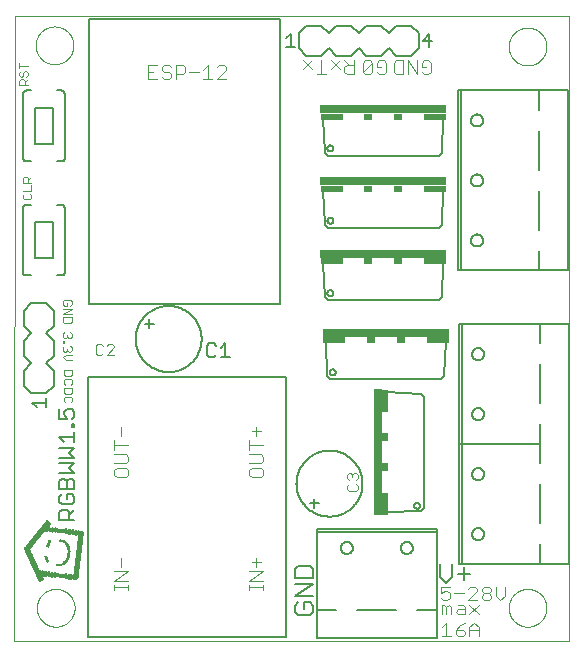
<source format=gto>
G75*
%MOIN*%
%OFA0B0*%
%FSLAX25Y25*%
%IPPOS*%
%LPD*%
%AMOC8*
5,1,8,0,0,1.08239X$1,22.5*
%
%ADD10C,0.00000*%
%ADD11C,0.00400*%
%ADD12C,0.00500*%
%ADD13C,0.00600*%
%ADD14C,0.00300*%
%ADD15R,0.42000X0.03000*%
%ADD16R,0.07500X0.02000*%
%ADD17R,0.03000X0.02000*%
%ADD18R,0.03000X0.42000*%
%ADD19R,0.02000X0.07500*%
%ADD20R,0.02000X0.03000*%
%ADD21C,0.00800*%
%ADD22C,0.00200*%
%ADD23R,0.00111X0.01330*%
%ADD24R,0.00111X0.02780*%
%ADD25R,0.00111X0.03780*%
%ADD26R,0.00111X0.04440*%
%ADD27R,0.00112X0.05440*%
%ADD28R,0.00111X0.06440*%
%ADD29R,0.00111X0.07440*%
%ADD30R,0.00111X0.08550*%
%ADD31R,0.00111X0.09110*%
%ADD32R,0.00111X0.10110*%
%ADD33R,0.00111X0.11000*%
%ADD34R,0.00111X0.12110*%
%ADD35R,0.00111X0.12780*%
%ADD36R,0.00112X0.13780*%
%ADD37R,0.00111X0.14780*%
%ADD38R,0.00111X0.13110*%
%ADD39R,0.00111X0.01560*%
%ADD40R,0.00111X0.12450*%
%ADD41R,0.00111X0.11890*%
%ADD42R,0.00111X0.10000*%
%ADD43R,0.00111X0.01670*%
%ADD44R,0.00111X0.08560*%
%ADD45R,0.00112X0.07450*%
%ADD46R,0.00112X0.01670*%
%ADD47R,0.00111X0.06450*%
%ADD48R,0.00111X0.05450*%
%ADD49R,0.00111X0.04450*%
%ADD50R,0.00111X0.03890*%
%ADD51R,0.00111X0.02890*%
%ADD52R,0.00111X0.01780*%
%ADD53R,0.00111X0.01670*%
%ADD54R,0.00112X0.01560*%
%ADD55R,0.00112X0.01670*%
%ADD56R,0.00111X0.01560*%
%ADD57R,0.00111X0.00110*%
%ADD58R,0.00112X0.01560*%
%ADD59R,0.00112X0.02560*%
%ADD60R,0.00111X0.03440*%
%ADD61R,0.00111X0.04560*%
%ADD62R,0.00111X0.04890*%
%ADD63R,0.00111X0.05440*%
%ADD64R,0.00111X0.02450*%
%ADD65R,0.00111X0.02110*%
%ADD66R,0.00111X0.02000*%
%ADD67R,0.00111X0.01890*%
%ADD68R,0.00111X0.01550*%
%ADD69R,0.00112X0.01450*%
%ADD70R,0.00111X0.01440*%
%ADD71R,0.00111X0.01340*%
%ADD72R,0.00111X0.01220*%
%ADD73R,0.00111X0.01110*%
%ADD74R,0.00111X0.01120*%
%ADD75R,0.00111X0.01000*%
%ADD76R,0.00111X0.00890*%
%ADD77R,0.00111X0.00890*%
%ADD78R,0.00112X0.01550*%
%ADD79R,0.00112X0.01000*%
%ADD80R,0.00112X0.00890*%
%ADD81R,0.00111X0.01660*%
%ADD82R,0.00111X0.00770*%
%ADD83R,0.00111X0.00880*%
%ADD84R,0.00111X0.00780*%
%ADD85R,0.00112X0.00780*%
%ADD86R,0.00111X0.01660*%
%ADD87R,0.00111X0.00660*%
%ADD88R,0.00111X0.00440*%
%ADD89R,0.00111X0.00660*%
%ADD90R,0.00112X0.01660*%
%ADD91R,0.00112X0.00770*%
%ADD92R,0.00111X0.01440*%
%ADD93R,0.00111X0.00330*%
%ADD94R,0.00111X0.00550*%
%ADD95R,0.00111X0.00670*%
%ADD96R,0.00111X0.01770*%
%ADD97R,0.00112X0.01780*%
%ADD98R,0.00111X0.03450*%
%ADD99R,0.00111X0.01220*%
%ADD100R,0.00111X0.01450*%
%ADD101R,0.00111X0.03560*%
%ADD102R,0.00111X0.03670*%
%ADD103R,0.00111X0.02330*%
%ADD104R,0.00111X0.00670*%
%ADD105R,0.00111X0.00340*%
%ADD106R,0.00111X0.03230*%
%ADD107R,0.00112X0.03110*%
%ADD108R,0.00111X0.03000*%
%ADD109R,0.00111X0.02890*%
%ADD110R,0.00111X0.00220*%
%ADD111R,0.00111X0.02670*%
%ADD112R,0.00111X0.02560*%
%ADD113R,0.00111X0.02560*%
%ADD114R,0.00111X0.00330*%
%ADD115R,0.00111X0.02550*%
%ADD116R,0.00112X0.02550*%
%ADD117R,0.00111X0.01330*%
%ADD118R,0.00111X0.03550*%
%ADD119R,0.00111X0.03670*%
%ADD120R,0.00112X0.03670*%
%ADD121R,0.00111X0.03770*%
%ADD122R,0.00111X0.03880*%
%ADD123R,0.00111X0.03780*%
%ADD124R,0.00112X0.03780*%
%ADD125R,0.00112X0.02560*%
%ADD126R,0.00112X0.03660*%
%ADD127R,0.00111X0.02660*%
%ADD128R,0.00112X0.03770*%
%ADD129R,0.00112X0.02440*%
%ADD130R,0.00111X0.03890*%
%ADD131R,0.00111X0.06110*%
%ADD132R,0.00111X0.05780*%
%ADD133R,0.00111X0.05110*%
%ADD134R,0.00111X0.04660*%
%ADD135R,0.00112X0.04220*%
%ADD136R,0.00111X0.02440*%
%ADD137R,0.00111X0.01780*%
D10*
X0025347Y0025014D02*
X0025741Y0233557D01*
X0210426Y0233557D01*
X0210426Y0025014D01*
X0025347Y0025014D01*
X0032985Y0036195D02*
X0032987Y0036353D01*
X0032993Y0036511D01*
X0033003Y0036669D01*
X0033017Y0036827D01*
X0033035Y0036984D01*
X0033056Y0037141D01*
X0033082Y0037297D01*
X0033112Y0037453D01*
X0033145Y0037608D01*
X0033183Y0037761D01*
X0033224Y0037914D01*
X0033269Y0038066D01*
X0033318Y0038217D01*
X0033371Y0038366D01*
X0033427Y0038514D01*
X0033487Y0038660D01*
X0033551Y0038805D01*
X0033619Y0038948D01*
X0033690Y0039090D01*
X0033764Y0039230D01*
X0033842Y0039367D01*
X0033924Y0039503D01*
X0034008Y0039637D01*
X0034097Y0039768D01*
X0034188Y0039897D01*
X0034283Y0040024D01*
X0034380Y0040149D01*
X0034481Y0040271D01*
X0034585Y0040390D01*
X0034692Y0040507D01*
X0034802Y0040621D01*
X0034915Y0040732D01*
X0035030Y0040841D01*
X0035148Y0040946D01*
X0035269Y0041048D01*
X0035392Y0041148D01*
X0035518Y0041244D01*
X0035646Y0041337D01*
X0035776Y0041427D01*
X0035909Y0041513D01*
X0036044Y0041597D01*
X0036180Y0041676D01*
X0036319Y0041753D01*
X0036460Y0041825D01*
X0036602Y0041895D01*
X0036746Y0041960D01*
X0036892Y0042022D01*
X0037039Y0042080D01*
X0037188Y0042135D01*
X0037338Y0042186D01*
X0037489Y0042233D01*
X0037641Y0042276D01*
X0037794Y0042315D01*
X0037949Y0042351D01*
X0038104Y0042382D01*
X0038260Y0042410D01*
X0038416Y0042434D01*
X0038573Y0042454D01*
X0038731Y0042470D01*
X0038888Y0042482D01*
X0039047Y0042490D01*
X0039205Y0042494D01*
X0039363Y0042494D01*
X0039521Y0042490D01*
X0039680Y0042482D01*
X0039837Y0042470D01*
X0039995Y0042454D01*
X0040152Y0042434D01*
X0040308Y0042410D01*
X0040464Y0042382D01*
X0040619Y0042351D01*
X0040774Y0042315D01*
X0040927Y0042276D01*
X0041079Y0042233D01*
X0041230Y0042186D01*
X0041380Y0042135D01*
X0041529Y0042080D01*
X0041676Y0042022D01*
X0041822Y0041960D01*
X0041966Y0041895D01*
X0042108Y0041825D01*
X0042249Y0041753D01*
X0042388Y0041676D01*
X0042524Y0041597D01*
X0042659Y0041513D01*
X0042792Y0041427D01*
X0042922Y0041337D01*
X0043050Y0041244D01*
X0043176Y0041148D01*
X0043299Y0041048D01*
X0043420Y0040946D01*
X0043538Y0040841D01*
X0043653Y0040732D01*
X0043766Y0040621D01*
X0043876Y0040507D01*
X0043983Y0040390D01*
X0044087Y0040271D01*
X0044188Y0040149D01*
X0044285Y0040024D01*
X0044380Y0039897D01*
X0044471Y0039768D01*
X0044560Y0039637D01*
X0044644Y0039503D01*
X0044726Y0039367D01*
X0044804Y0039230D01*
X0044878Y0039090D01*
X0044949Y0038948D01*
X0045017Y0038805D01*
X0045081Y0038660D01*
X0045141Y0038514D01*
X0045197Y0038366D01*
X0045250Y0038217D01*
X0045299Y0038066D01*
X0045344Y0037914D01*
X0045385Y0037761D01*
X0045423Y0037608D01*
X0045456Y0037453D01*
X0045486Y0037297D01*
X0045512Y0037141D01*
X0045533Y0036984D01*
X0045551Y0036827D01*
X0045565Y0036669D01*
X0045575Y0036511D01*
X0045581Y0036353D01*
X0045583Y0036195D01*
X0045581Y0036037D01*
X0045575Y0035879D01*
X0045565Y0035721D01*
X0045551Y0035563D01*
X0045533Y0035406D01*
X0045512Y0035249D01*
X0045486Y0035093D01*
X0045456Y0034937D01*
X0045423Y0034782D01*
X0045385Y0034629D01*
X0045344Y0034476D01*
X0045299Y0034324D01*
X0045250Y0034173D01*
X0045197Y0034024D01*
X0045141Y0033876D01*
X0045081Y0033730D01*
X0045017Y0033585D01*
X0044949Y0033442D01*
X0044878Y0033300D01*
X0044804Y0033160D01*
X0044726Y0033023D01*
X0044644Y0032887D01*
X0044560Y0032753D01*
X0044471Y0032622D01*
X0044380Y0032493D01*
X0044285Y0032366D01*
X0044188Y0032241D01*
X0044087Y0032119D01*
X0043983Y0032000D01*
X0043876Y0031883D01*
X0043766Y0031769D01*
X0043653Y0031658D01*
X0043538Y0031549D01*
X0043420Y0031444D01*
X0043299Y0031342D01*
X0043176Y0031242D01*
X0043050Y0031146D01*
X0042922Y0031053D01*
X0042792Y0030963D01*
X0042659Y0030877D01*
X0042524Y0030793D01*
X0042388Y0030714D01*
X0042249Y0030637D01*
X0042108Y0030565D01*
X0041966Y0030495D01*
X0041822Y0030430D01*
X0041676Y0030368D01*
X0041529Y0030310D01*
X0041380Y0030255D01*
X0041230Y0030204D01*
X0041079Y0030157D01*
X0040927Y0030114D01*
X0040774Y0030075D01*
X0040619Y0030039D01*
X0040464Y0030008D01*
X0040308Y0029980D01*
X0040152Y0029956D01*
X0039995Y0029936D01*
X0039837Y0029920D01*
X0039680Y0029908D01*
X0039521Y0029900D01*
X0039363Y0029896D01*
X0039205Y0029896D01*
X0039047Y0029900D01*
X0038888Y0029908D01*
X0038731Y0029920D01*
X0038573Y0029936D01*
X0038416Y0029956D01*
X0038260Y0029980D01*
X0038104Y0030008D01*
X0037949Y0030039D01*
X0037794Y0030075D01*
X0037641Y0030114D01*
X0037489Y0030157D01*
X0037338Y0030204D01*
X0037188Y0030255D01*
X0037039Y0030310D01*
X0036892Y0030368D01*
X0036746Y0030430D01*
X0036602Y0030495D01*
X0036460Y0030565D01*
X0036319Y0030637D01*
X0036180Y0030714D01*
X0036044Y0030793D01*
X0035909Y0030877D01*
X0035776Y0030963D01*
X0035646Y0031053D01*
X0035518Y0031146D01*
X0035392Y0031242D01*
X0035269Y0031342D01*
X0035148Y0031444D01*
X0035030Y0031549D01*
X0034915Y0031658D01*
X0034802Y0031769D01*
X0034692Y0031883D01*
X0034585Y0032000D01*
X0034481Y0032119D01*
X0034380Y0032241D01*
X0034283Y0032366D01*
X0034188Y0032493D01*
X0034097Y0032622D01*
X0034008Y0032753D01*
X0033924Y0032887D01*
X0033842Y0033023D01*
X0033764Y0033160D01*
X0033690Y0033300D01*
X0033619Y0033442D01*
X0033551Y0033585D01*
X0033487Y0033730D01*
X0033427Y0033876D01*
X0033371Y0034024D01*
X0033318Y0034173D01*
X0033269Y0034324D01*
X0033224Y0034476D01*
X0033183Y0034629D01*
X0033145Y0034782D01*
X0033112Y0034937D01*
X0033082Y0035093D01*
X0033056Y0035249D01*
X0033035Y0035406D01*
X0033017Y0035563D01*
X0033003Y0035721D01*
X0032993Y0035879D01*
X0032987Y0036037D01*
X0032985Y0036195D01*
X0190269Y0036195D02*
X0190271Y0036353D01*
X0190277Y0036511D01*
X0190287Y0036669D01*
X0190301Y0036827D01*
X0190319Y0036984D01*
X0190340Y0037141D01*
X0190366Y0037297D01*
X0190396Y0037453D01*
X0190429Y0037608D01*
X0190467Y0037761D01*
X0190508Y0037914D01*
X0190553Y0038066D01*
X0190602Y0038217D01*
X0190655Y0038366D01*
X0190711Y0038514D01*
X0190771Y0038660D01*
X0190835Y0038805D01*
X0190903Y0038948D01*
X0190974Y0039090D01*
X0191048Y0039230D01*
X0191126Y0039367D01*
X0191208Y0039503D01*
X0191292Y0039637D01*
X0191381Y0039768D01*
X0191472Y0039897D01*
X0191567Y0040024D01*
X0191664Y0040149D01*
X0191765Y0040271D01*
X0191869Y0040390D01*
X0191976Y0040507D01*
X0192086Y0040621D01*
X0192199Y0040732D01*
X0192314Y0040841D01*
X0192432Y0040946D01*
X0192553Y0041048D01*
X0192676Y0041148D01*
X0192802Y0041244D01*
X0192930Y0041337D01*
X0193060Y0041427D01*
X0193193Y0041513D01*
X0193328Y0041597D01*
X0193464Y0041676D01*
X0193603Y0041753D01*
X0193744Y0041825D01*
X0193886Y0041895D01*
X0194030Y0041960D01*
X0194176Y0042022D01*
X0194323Y0042080D01*
X0194472Y0042135D01*
X0194622Y0042186D01*
X0194773Y0042233D01*
X0194925Y0042276D01*
X0195078Y0042315D01*
X0195233Y0042351D01*
X0195388Y0042382D01*
X0195544Y0042410D01*
X0195700Y0042434D01*
X0195857Y0042454D01*
X0196015Y0042470D01*
X0196172Y0042482D01*
X0196331Y0042490D01*
X0196489Y0042494D01*
X0196647Y0042494D01*
X0196805Y0042490D01*
X0196964Y0042482D01*
X0197121Y0042470D01*
X0197279Y0042454D01*
X0197436Y0042434D01*
X0197592Y0042410D01*
X0197748Y0042382D01*
X0197903Y0042351D01*
X0198058Y0042315D01*
X0198211Y0042276D01*
X0198363Y0042233D01*
X0198514Y0042186D01*
X0198664Y0042135D01*
X0198813Y0042080D01*
X0198960Y0042022D01*
X0199106Y0041960D01*
X0199250Y0041895D01*
X0199392Y0041825D01*
X0199533Y0041753D01*
X0199672Y0041676D01*
X0199808Y0041597D01*
X0199943Y0041513D01*
X0200076Y0041427D01*
X0200206Y0041337D01*
X0200334Y0041244D01*
X0200460Y0041148D01*
X0200583Y0041048D01*
X0200704Y0040946D01*
X0200822Y0040841D01*
X0200937Y0040732D01*
X0201050Y0040621D01*
X0201160Y0040507D01*
X0201267Y0040390D01*
X0201371Y0040271D01*
X0201472Y0040149D01*
X0201569Y0040024D01*
X0201664Y0039897D01*
X0201755Y0039768D01*
X0201844Y0039637D01*
X0201928Y0039503D01*
X0202010Y0039367D01*
X0202088Y0039230D01*
X0202162Y0039090D01*
X0202233Y0038948D01*
X0202301Y0038805D01*
X0202365Y0038660D01*
X0202425Y0038514D01*
X0202481Y0038366D01*
X0202534Y0038217D01*
X0202583Y0038066D01*
X0202628Y0037914D01*
X0202669Y0037761D01*
X0202707Y0037608D01*
X0202740Y0037453D01*
X0202770Y0037297D01*
X0202796Y0037141D01*
X0202817Y0036984D01*
X0202835Y0036827D01*
X0202849Y0036669D01*
X0202859Y0036511D01*
X0202865Y0036353D01*
X0202867Y0036195D01*
X0202865Y0036037D01*
X0202859Y0035879D01*
X0202849Y0035721D01*
X0202835Y0035563D01*
X0202817Y0035406D01*
X0202796Y0035249D01*
X0202770Y0035093D01*
X0202740Y0034937D01*
X0202707Y0034782D01*
X0202669Y0034629D01*
X0202628Y0034476D01*
X0202583Y0034324D01*
X0202534Y0034173D01*
X0202481Y0034024D01*
X0202425Y0033876D01*
X0202365Y0033730D01*
X0202301Y0033585D01*
X0202233Y0033442D01*
X0202162Y0033300D01*
X0202088Y0033160D01*
X0202010Y0033023D01*
X0201928Y0032887D01*
X0201844Y0032753D01*
X0201755Y0032622D01*
X0201664Y0032493D01*
X0201569Y0032366D01*
X0201472Y0032241D01*
X0201371Y0032119D01*
X0201267Y0032000D01*
X0201160Y0031883D01*
X0201050Y0031769D01*
X0200937Y0031658D01*
X0200822Y0031549D01*
X0200704Y0031444D01*
X0200583Y0031342D01*
X0200460Y0031242D01*
X0200334Y0031146D01*
X0200206Y0031053D01*
X0200076Y0030963D01*
X0199943Y0030877D01*
X0199808Y0030793D01*
X0199672Y0030714D01*
X0199533Y0030637D01*
X0199392Y0030565D01*
X0199250Y0030495D01*
X0199106Y0030430D01*
X0198960Y0030368D01*
X0198813Y0030310D01*
X0198664Y0030255D01*
X0198514Y0030204D01*
X0198363Y0030157D01*
X0198211Y0030114D01*
X0198058Y0030075D01*
X0197903Y0030039D01*
X0197748Y0030008D01*
X0197592Y0029980D01*
X0197436Y0029956D01*
X0197279Y0029936D01*
X0197121Y0029920D01*
X0196964Y0029908D01*
X0196805Y0029900D01*
X0196647Y0029896D01*
X0196489Y0029896D01*
X0196331Y0029900D01*
X0196172Y0029908D01*
X0196015Y0029920D01*
X0195857Y0029936D01*
X0195700Y0029956D01*
X0195544Y0029980D01*
X0195388Y0030008D01*
X0195233Y0030039D01*
X0195078Y0030075D01*
X0194925Y0030114D01*
X0194773Y0030157D01*
X0194622Y0030204D01*
X0194472Y0030255D01*
X0194323Y0030310D01*
X0194176Y0030368D01*
X0194030Y0030430D01*
X0193886Y0030495D01*
X0193744Y0030565D01*
X0193603Y0030637D01*
X0193464Y0030714D01*
X0193328Y0030793D01*
X0193193Y0030877D01*
X0193060Y0030963D01*
X0192930Y0031053D01*
X0192802Y0031146D01*
X0192676Y0031242D01*
X0192553Y0031342D01*
X0192432Y0031444D01*
X0192314Y0031549D01*
X0192199Y0031658D01*
X0192086Y0031769D01*
X0191976Y0031883D01*
X0191869Y0032000D01*
X0191765Y0032119D01*
X0191664Y0032241D01*
X0191567Y0032366D01*
X0191472Y0032493D01*
X0191381Y0032622D01*
X0191292Y0032753D01*
X0191208Y0032887D01*
X0191126Y0033023D01*
X0191048Y0033160D01*
X0190974Y0033300D01*
X0190903Y0033442D01*
X0190835Y0033585D01*
X0190771Y0033730D01*
X0190711Y0033876D01*
X0190655Y0034024D01*
X0190602Y0034173D01*
X0190553Y0034324D01*
X0190508Y0034476D01*
X0190467Y0034629D01*
X0190429Y0034782D01*
X0190396Y0034937D01*
X0190366Y0035093D01*
X0190340Y0035249D01*
X0190319Y0035406D01*
X0190301Y0035563D01*
X0190287Y0035721D01*
X0190277Y0035879D01*
X0190271Y0036037D01*
X0190269Y0036195D01*
X0190269Y0223282D02*
X0190271Y0223440D01*
X0190277Y0223598D01*
X0190287Y0223756D01*
X0190301Y0223914D01*
X0190319Y0224071D01*
X0190340Y0224228D01*
X0190366Y0224384D01*
X0190396Y0224540D01*
X0190429Y0224695D01*
X0190467Y0224848D01*
X0190508Y0225001D01*
X0190553Y0225153D01*
X0190602Y0225304D01*
X0190655Y0225453D01*
X0190711Y0225601D01*
X0190771Y0225747D01*
X0190835Y0225892D01*
X0190903Y0226035D01*
X0190974Y0226177D01*
X0191048Y0226317D01*
X0191126Y0226454D01*
X0191208Y0226590D01*
X0191292Y0226724D01*
X0191381Y0226855D01*
X0191472Y0226984D01*
X0191567Y0227111D01*
X0191664Y0227236D01*
X0191765Y0227358D01*
X0191869Y0227477D01*
X0191976Y0227594D01*
X0192086Y0227708D01*
X0192199Y0227819D01*
X0192314Y0227928D01*
X0192432Y0228033D01*
X0192553Y0228135D01*
X0192676Y0228235D01*
X0192802Y0228331D01*
X0192930Y0228424D01*
X0193060Y0228514D01*
X0193193Y0228600D01*
X0193328Y0228684D01*
X0193464Y0228763D01*
X0193603Y0228840D01*
X0193744Y0228912D01*
X0193886Y0228982D01*
X0194030Y0229047D01*
X0194176Y0229109D01*
X0194323Y0229167D01*
X0194472Y0229222D01*
X0194622Y0229273D01*
X0194773Y0229320D01*
X0194925Y0229363D01*
X0195078Y0229402D01*
X0195233Y0229438D01*
X0195388Y0229469D01*
X0195544Y0229497D01*
X0195700Y0229521D01*
X0195857Y0229541D01*
X0196015Y0229557D01*
X0196172Y0229569D01*
X0196331Y0229577D01*
X0196489Y0229581D01*
X0196647Y0229581D01*
X0196805Y0229577D01*
X0196964Y0229569D01*
X0197121Y0229557D01*
X0197279Y0229541D01*
X0197436Y0229521D01*
X0197592Y0229497D01*
X0197748Y0229469D01*
X0197903Y0229438D01*
X0198058Y0229402D01*
X0198211Y0229363D01*
X0198363Y0229320D01*
X0198514Y0229273D01*
X0198664Y0229222D01*
X0198813Y0229167D01*
X0198960Y0229109D01*
X0199106Y0229047D01*
X0199250Y0228982D01*
X0199392Y0228912D01*
X0199533Y0228840D01*
X0199672Y0228763D01*
X0199808Y0228684D01*
X0199943Y0228600D01*
X0200076Y0228514D01*
X0200206Y0228424D01*
X0200334Y0228331D01*
X0200460Y0228235D01*
X0200583Y0228135D01*
X0200704Y0228033D01*
X0200822Y0227928D01*
X0200937Y0227819D01*
X0201050Y0227708D01*
X0201160Y0227594D01*
X0201267Y0227477D01*
X0201371Y0227358D01*
X0201472Y0227236D01*
X0201569Y0227111D01*
X0201664Y0226984D01*
X0201755Y0226855D01*
X0201844Y0226724D01*
X0201928Y0226590D01*
X0202010Y0226454D01*
X0202088Y0226317D01*
X0202162Y0226177D01*
X0202233Y0226035D01*
X0202301Y0225892D01*
X0202365Y0225747D01*
X0202425Y0225601D01*
X0202481Y0225453D01*
X0202534Y0225304D01*
X0202583Y0225153D01*
X0202628Y0225001D01*
X0202669Y0224848D01*
X0202707Y0224695D01*
X0202740Y0224540D01*
X0202770Y0224384D01*
X0202796Y0224228D01*
X0202817Y0224071D01*
X0202835Y0223914D01*
X0202849Y0223756D01*
X0202859Y0223598D01*
X0202865Y0223440D01*
X0202867Y0223282D01*
X0202865Y0223124D01*
X0202859Y0222966D01*
X0202849Y0222808D01*
X0202835Y0222650D01*
X0202817Y0222493D01*
X0202796Y0222336D01*
X0202770Y0222180D01*
X0202740Y0222024D01*
X0202707Y0221869D01*
X0202669Y0221716D01*
X0202628Y0221563D01*
X0202583Y0221411D01*
X0202534Y0221260D01*
X0202481Y0221111D01*
X0202425Y0220963D01*
X0202365Y0220817D01*
X0202301Y0220672D01*
X0202233Y0220529D01*
X0202162Y0220387D01*
X0202088Y0220247D01*
X0202010Y0220110D01*
X0201928Y0219974D01*
X0201844Y0219840D01*
X0201755Y0219709D01*
X0201664Y0219580D01*
X0201569Y0219453D01*
X0201472Y0219328D01*
X0201371Y0219206D01*
X0201267Y0219087D01*
X0201160Y0218970D01*
X0201050Y0218856D01*
X0200937Y0218745D01*
X0200822Y0218636D01*
X0200704Y0218531D01*
X0200583Y0218429D01*
X0200460Y0218329D01*
X0200334Y0218233D01*
X0200206Y0218140D01*
X0200076Y0218050D01*
X0199943Y0217964D01*
X0199808Y0217880D01*
X0199672Y0217801D01*
X0199533Y0217724D01*
X0199392Y0217652D01*
X0199250Y0217582D01*
X0199106Y0217517D01*
X0198960Y0217455D01*
X0198813Y0217397D01*
X0198664Y0217342D01*
X0198514Y0217291D01*
X0198363Y0217244D01*
X0198211Y0217201D01*
X0198058Y0217162D01*
X0197903Y0217126D01*
X0197748Y0217095D01*
X0197592Y0217067D01*
X0197436Y0217043D01*
X0197279Y0217023D01*
X0197121Y0217007D01*
X0196964Y0216995D01*
X0196805Y0216987D01*
X0196647Y0216983D01*
X0196489Y0216983D01*
X0196331Y0216987D01*
X0196172Y0216995D01*
X0196015Y0217007D01*
X0195857Y0217023D01*
X0195700Y0217043D01*
X0195544Y0217067D01*
X0195388Y0217095D01*
X0195233Y0217126D01*
X0195078Y0217162D01*
X0194925Y0217201D01*
X0194773Y0217244D01*
X0194622Y0217291D01*
X0194472Y0217342D01*
X0194323Y0217397D01*
X0194176Y0217455D01*
X0194030Y0217517D01*
X0193886Y0217582D01*
X0193744Y0217652D01*
X0193603Y0217724D01*
X0193464Y0217801D01*
X0193328Y0217880D01*
X0193193Y0217964D01*
X0193060Y0218050D01*
X0192930Y0218140D01*
X0192802Y0218233D01*
X0192676Y0218329D01*
X0192553Y0218429D01*
X0192432Y0218531D01*
X0192314Y0218636D01*
X0192199Y0218745D01*
X0192086Y0218856D01*
X0191976Y0218970D01*
X0191869Y0219087D01*
X0191765Y0219206D01*
X0191664Y0219328D01*
X0191567Y0219453D01*
X0191472Y0219580D01*
X0191381Y0219709D01*
X0191292Y0219840D01*
X0191208Y0219974D01*
X0191126Y0220110D01*
X0191048Y0220247D01*
X0190974Y0220387D01*
X0190903Y0220529D01*
X0190835Y0220672D01*
X0190771Y0220817D01*
X0190711Y0220963D01*
X0190655Y0221111D01*
X0190602Y0221260D01*
X0190553Y0221411D01*
X0190508Y0221563D01*
X0190467Y0221716D01*
X0190429Y0221869D01*
X0190396Y0222024D01*
X0190366Y0222180D01*
X0190340Y0222336D01*
X0190319Y0222493D01*
X0190301Y0222650D01*
X0190287Y0222808D01*
X0190277Y0222966D01*
X0190271Y0223124D01*
X0190269Y0223282D01*
X0032592Y0223676D02*
X0032594Y0223834D01*
X0032600Y0223992D01*
X0032610Y0224150D01*
X0032624Y0224308D01*
X0032642Y0224465D01*
X0032663Y0224622D01*
X0032689Y0224778D01*
X0032719Y0224934D01*
X0032752Y0225089D01*
X0032790Y0225242D01*
X0032831Y0225395D01*
X0032876Y0225547D01*
X0032925Y0225698D01*
X0032978Y0225847D01*
X0033034Y0225995D01*
X0033094Y0226141D01*
X0033158Y0226286D01*
X0033226Y0226429D01*
X0033297Y0226571D01*
X0033371Y0226711D01*
X0033449Y0226848D01*
X0033531Y0226984D01*
X0033615Y0227118D01*
X0033704Y0227249D01*
X0033795Y0227378D01*
X0033890Y0227505D01*
X0033987Y0227630D01*
X0034088Y0227752D01*
X0034192Y0227871D01*
X0034299Y0227988D01*
X0034409Y0228102D01*
X0034522Y0228213D01*
X0034637Y0228322D01*
X0034755Y0228427D01*
X0034876Y0228529D01*
X0034999Y0228629D01*
X0035125Y0228725D01*
X0035253Y0228818D01*
X0035383Y0228908D01*
X0035516Y0228994D01*
X0035651Y0229078D01*
X0035787Y0229157D01*
X0035926Y0229234D01*
X0036067Y0229306D01*
X0036209Y0229376D01*
X0036353Y0229441D01*
X0036499Y0229503D01*
X0036646Y0229561D01*
X0036795Y0229616D01*
X0036945Y0229667D01*
X0037096Y0229714D01*
X0037248Y0229757D01*
X0037401Y0229796D01*
X0037556Y0229832D01*
X0037711Y0229863D01*
X0037867Y0229891D01*
X0038023Y0229915D01*
X0038180Y0229935D01*
X0038338Y0229951D01*
X0038495Y0229963D01*
X0038654Y0229971D01*
X0038812Y0229975D01*
X0038970Y0229975D01*
X0039128Y0229971D01*
X0039287Y0229963D01*
X0039444Y0229951D01*
X0039602Y0229935D01*
X0039759Y0229915D01*
X0039915Y0229891D01*
X0040071Y0229863D01*
X0040226Y0229832D01*
X0040381Y0229796D01*
X0040534Y0229757D01*
X0040686Y0229714D01*
X0040837Y0229667D01*
X0040987Y0229616D01*
X0041136Y0229561D01*
X0041283Y0229503D01*
X0041429Y0229441D01*
X0041573Y0229376D01*
X0041715Y0229306D01*
X0041856Y0229234D01*
X0041995Y0229157D01*
X0042131Y0229078D01*
X0042266Y0228994D01*
X0042399Y0228908D01*
X0042529Y0228818D01*
X0042657Y0228725D01*
X0042783Y0228629D01*
X0042906Y0228529D01*
X0043027Y0228427D01*
X0043145Y0228322D01*
X0043260Y0228213D01*
X0043373Y0228102D01*
X0043483Y0227988D01*
X0043590Y0227871D01*
X0043694Y0227752D01*
X0043795Y0227630D01*
X0043892Y0227505D01*
X0043987Y0227378D01*
X0044078Y0227249D01*
X0044167Y0227118D01*
X0044251Y0226984D01*
X0044333Y0226848D01*
X0044411Y0226711D01*
X0044485Y0226571D01*
X0044556Y0226429D01*
X0044624Y0226286D01*
X0044688Y0226141D01*
X0044748Y0225995D01*
X0044804Y0225847D01*
X0044857Y0225698D01*
X0044906Y0225547D01*
X0044951Y0225395D01*
X0044992Y0225242D01*
X0045030Y0225089D01*
X0045063Y0224934D01*
X0045093Y0224778D01*
X0045119Y0224622D01*
X0045140Y0224465D01*
X0045158Y0224308D01*
X0045172Y0224150D01*
X0045182Y0223992D01*
X0045188Y0223834D01*
X0045190Y0223676D01*
X0045188Y0223518D01*
X0045182Y0223360D01*
X0045172Y0223202D01*
X0045158Y0223044D01*
X0045140Y0222887D01*
X0045119Y0222730D01*
X0045093Y0222574D01*
X0045063Y0222418D01*
X0045030Y0222263D01*
X0044992Y0222110D01*
X0044951Y0221957D01*
X0044906Y0221805D01*
X0044857Y0221654D01*
X0044804Y0221505D01*
X0044748Y0221357D01*
X0044688Y0221211D01*
X0044624Y0221066D01*
X0044556Y0220923D01*
X0044485Y0220781D01*
X0044411Y0220641D01*
X0044333Y0220504D01*
X0044251Y0220368D01*
X0044167Y0220234D01*
X0044078Y0220103D01*
X0043987Y0219974D01*
X0043892Y0219847D01*
X0043795Y0219722D01*
X0043694Y0219600D01*
X0043590Y0219481D01*
X0043483Y0219364D01*
X0043373Y0219250D01*
X0043260Y0219139D01*
X0043145Y0219030D01*
X0043027Y0218925D01*
X0042906Y0218823D01*
X0042783Y0218723D01*
X0042657Y0218627D01*
X0042529Y0218534D01*
X0042399Y0218444D01*
X0042266Y0218358D01*
X0042131Y0218274D01*
X0041995Y0218195D01*
X0041856Y0218118D01*
X0041715Y0218046D01*
X0041573Y0217976D01*
X0041429Y0217911D01*
X0041283Y0217849D01*
X0041136Y0217791D01*
X0040987Y0217736D01*
X0040837Y0217685D01*
X0040686Y0217638D01*
X0040534Y0217595D01*
X0040381Y0217556D01*
X0040226Y0217520D01*
X0040071Y0217489D01*
X0039915Y0217461D01*
X0039759Y0217437D01*
X0039602Y0217417D01*
X0039444Y0217401D01*
X0039287Y0217389D01*
X0039128Y0217381D01*
X0038970Y0217377D01*
X0038812Y0217377D01*
X0038654Y0217381D01*
X0038495Y0217389D01*
X0038338Y0217401D01*
X0038180Y0217417D01*
X0038023Y0217437D01*
X0037867Y0217461D01*
X0037711Y0217489D01*
X0037556Y0217520D01*
X0037401Y0217556D01*
X0037248Y0217595D01*
X0037096Y0217638D01*
X0036945Y0217685D01*
X0036795Y0217736D01*
X0036646Y0217791D01*
X0036499Y0217849D01*
X0036353Y0217911D01*
X0036209Y0217976D01*
X0036067Y0218046D01*
X0035926Y0218118D01*
X0035787Y0218195D01*
X0035651Y0218274D01*
X0035516Y0218358D01*
X0035383Y0218444D01*
X0035253Y0218534D01*
X0035125Y0218627D01*
X0034999Y0218723D01*
X0034876Y0218823D01*
X0034755Y0218925D01*
X0034637Y0219030D01*
X0034522Y0219139D01*
X0034409Y0219250D01*
X0034299Y0219364D01*
X0034192Y0219481D01*
X0034088Y0219600D01*
X0033987Y0219722D01*
X0033890Y0219847D01*
X0033795Y0219974D01*
X0033704Y0220103D01*
X0033615Y0220234D01*
X0033531Y0220368D01*
X0033449Y0220504D01*
X0033371Y0220641D01*
X0033297Y0220781D01*
X0033226Y0220923D01*
X0033158Y0221066D01*
X0033094Y0221211D01*
X0033034Y0221357D01*
X0032978Y0221505D01*
X0032925Y0221654D01*
X0032876Y0221805D01*
X0032831Y0221957D01*
X0032790Y0222110D01*
X0032752Y0222263D01*
X0032719Y0222418D01*
X0032689Y0222574D01*
X0032663Y0222730D01*
X0032642Y0222887D01*
X0032624Y0223044D01*
X0032610Y0223202D01*
X0032600Y0223360D01*
X0032594Y0223518D01*
X0032592Y0223676D01*
D11*
X0070050Y0217102D02*
X0070050Y0212498D01*
X0073119Y0212498D01*
X0074654Y0213265D02*
X0075421Y0212498D01*
X0076956Y0212498D01*
X0077723Y0213265D01*
X0077723Y0214032D01*
X0076956Y0214800D01*
X0075421Y0214800D01*
X0074654Y0215567D01*
X0074654Y0216334D01*
X0075421Y0217102D01*
X0076956Y0217102D01*
X0077723Y0216334D01*
X0079258Y0217102D02*
X0081560Y0217102D01*
X0082327Y0216334D01*
X0082327Y0214800D01*
X0081560Y0214032D01*
X0079258Y0214032D01*
X0079258Y0212498D02*
X0079258Y0217102D01*
X0083862Y0214800D02*
X0086931Y0214800D01*
X0088465Y0215567D02*
X0090000Y0217102D01*
X0090000Y0212498D01*
X0088465Y0212498D02*
X0091535Y0212498D01*
X0093069Y0212498D02*
X0096139Y0215567D01*
X0096139Y0216334D01*
X0095371Y0217102D01*
X0093837Y0217102D01*
X0093069Y0216334D01*
X0093069Y0212498D02*
X0096139Y0212498D01*
X0073119Y0217102D02*
X0070050Y0217102D01*
X0070050Y0214800D02*
X0071584Y0214800D01*
X0121684Y0215662D02*
X0124754Y0218731D01*
X0124754Y0215662D02*
X0121684Y0218731D01*
X0126288Y0214128D02*
X0129358Y0214128D01*
X0127823Y0214128D02*
X0127823Y0218731D01*
X0130897Y0218731D02*
X0133966Y0215662D01*
X0135501Y0214895D02*
X0135501Y0216430D01*
X0136268Y0217197D01*
X0138570Y0217197D01*
X0137036Y0217197D02*
X0135501Y0218731D01*
X0133966Y0218731D02*
X0130897Y0215662D01*
X0135501Y0214895D02*
X0136268Y0214128D01*
X0138570Y0214128D01*
X0138570Y0218731D01*
X0141684Y0217964D02*
X0142452Y0218731D01*
X0143986Y0218731D01*
X0144754Y0217964D01*
X0141684Y0214895D01*
X0141684Y0217964D01*
X0141684Y0214895D02*
X0142452Y0214128D01*
X0143986Y0214128D01*
X0144754Y0214895D01*
X0144754Y0217964D01*
X0146288Y0217964D02*
X0147056Y0218731D01*
X0148590Y0218731D01*
X0149358Y0217964D01*
X0149358Y0214895D01*
X0148590Y0214128D01*
X0147056Y0214128D01*
X0146288Y0214895D01*
X0146288Y0216430D02*
X0147823Y0216430D01*
X0146288Y0216430D02*
X0146288Y0217964D01*
X0152020Y0217964D02*
X0152020Y0214895D01*
X0152788Y0214128D01*
X0155090Y0214128D01*
X0155090Y0218731D01*
X0152788Y0218731D01*
X0152020Y0217964D01*
X0156624Y0218731D02*
X0156624Y0214128D01*
X0159693Y0214128D02*
X0156624Y0218731D01*
X0159693Y0218731D02*
X0159693Y0214128D01*
X0161228Y0214895D02*
X0161995Y0214128D01*
X0163530Y0214128D01*
X0164297Y0214895D01*
X0164297Y0217964D01*
X0163530Y0218731D01*
X0161995Y0218731D01*
X0161228Y0217964D01*
X0161228Y0216430D01*
X0162763Y0216430D01*
X0058680Y0123610D02*
X0058680Y0123010D01*
X0056278Y0120608D01*
X0058680Y0120608D01*
X0054997Y0121208D02*
X0054396Y0120608D01*
X0053195Y0120608D01*
X0052595Y0121208D01*
X0052595Y0123610D01*
X0053195Y0124211D01*
X0054396Y0124211D01*
X0054997Y0123610D01*
X0056278Y0123610D02*
X0056878Y0124211D01*
X0058079Y0124211D01*
X0058680Y0123610D01*
X0061113Y0096583D02*
X0061113Y0093514D01*
X0058811Y0091979D02*
X0058811Y0088910D01*
X0058811Y0087376D02*
X0062648Y0087376D01*
X0063415Y0086608D01*
X0063415Y0085074D01*
X0062648Y0084306D01*
X0058811Y0084306D01*
X0059579Y0082772D02*
X0058811Y0082004D01*
X0058811Y0080470D01*
X0059579Y0079702D01*
X0062648Y0079702D01*
X0063415Y0080470D01*
X0063415Y0082004D01*
X0062648Y0082772D01*
X0059579Y0082772D01*
X0058811Y0090445D02*
X0063415Y0090445D01*
X0061113Y0052945D02*
X0061113Y0049876D01*
X0063415Y0048341D02*
X0058811Y0048341D01*
X0058811Y0045272D02*
X0063415Y0048341D01*
X0063415Y0045272D02*
X0058811Y0045272D01*
X0058811Y0043737D02*
X0058811Y0042202D01*
X0058811Y0042970D02*
X0063415Y0042970D01*
X0063415Y0043737D02*
X0063415Y0042202D01*
X0103811Y0042202D02*
X0103811Y0043737D01*
X0103811Y0042970D02*
X0108415Y0042970D01*
X0108415Y0043737D02*
X0108415Y0042202D01*
X0108415Y0045272D02*
X0103811Y0045272D01*
X0108415Y0048341D01*
X0103811Y0048341D01*
X0106113Y0049876D02*
X0106113Y0052945D01*
X0104579Y0051410D02*
X0107648Y0051410D01*
X0107648Y0079702D02*
X0104579Y0079702D01*
X0103811Y0080470D01*
X0103811Y0082004D01*
X0104579Y0082772D01*
X0107648Y0082772D01*
X0108415Y0082004D01*
X0108415Y0080470D01*
X0107648Y0079702D01*
X0107648Y0084306D02*
X0103811Y0084306D01*
X0103811Y0087376D02*
X0107648Y0087376D01*
X0108415Y0086608D01*
X0108415Y0085074D01*
X0107648Y0084306D01*
X0103811Y0088910D02*
X0103811Y0091979D01*
X0103811Y0090445D02*
X0108415Y0090445D01*
X0106113Y0093514D02*
X0106113Y0096583D01*
X0104579Y0095049D02*
X0107648Y0095049D01*
X0136410Y0080530D02*
X0137011Y0081130D01*
X0137612Y0081130D01*
X0138212Y0080530D01*
X0138813Y0081130D01*
X0139413Y0081130D01*
X0140014Y0080530D01*
X0140014Y0079329D01*
X0139413Y0078728D01*
X0139413Y0077447D02*
X0140014Y0076846D01*
X0140014Y0075645D01*
X0139413Y0075045D01*
X0137011Y0075045D01*
X0136410Y0075645D01*
X0136410Y0076846D01*
X0137011Y0077447D01*
X0137011Y0078728D02*
X0136410Y0079329D01*
X0136410Y0080530D01*
X0138212Y0080530D02*
X0138212Y0079929D01*
X0167567Y0043283D02*
X0167567Y0040981D01*
X0169102Y0041748D01*
X0169869Y0041748D01*
X0170636Y0040981D01*
X0170636Y0039446D01*
X0169869Y0038679D01*
X0168334Y0038679D01*
X0167567Y0039446D01*
X0167988Y0037211D02*
X0168756Y0037211D01*
X0169523Y0036443D01*
X0170290Y0037211D01*
X0171058Y0036443D01*
X0171058Y0034141D01*
X0169523Y0034141D02*
X0169523Y0036443D01*
X0167988Y0037211D02*
X0167988Y0034141D01*
X0169523Y0031245D02*
X0167988Y0029711D01*
X0169523Y0031245D02*
X0169523Y0026641D01*
X0167988Y0026641D02*
X0171058Y0026641D01*
X0172592Y0027409D02*
X0172592Y0028943D01*
X0174894Y0028943D01*
X0175662Y0028176D01*
X0175662Y0027409D01*
X0174894Y0026641D01*
X0173360Y0026641D01*
X0172592Y0027409D01*
X0172592Y0028943D02*
X0174127Y0030478D01*
X0175662Y0031245D01*
X0177196Y0029711D02*
X0177196Y0026641D01*
X0177196Y0028943D02*
X0180265Y0028943D01*
X0180265Y0029711D02*
X0180265Y0026641D01*
X0180265Y0029711D02*
X0178731Y0031245D01*
X0177196Y0029711D01*
X0177196Y0034141D02*
X0180265Y0037211D01*
X0179844Y0038679D02*
X0176775Y0038679D01*
X0179844Y0041748D01*
X0179844Y0042515D01*
X0179077Y0043283D01*
X0177542Y0043283D01*
X0176775Y0042515D01*
X0175240Y0040981D02*
X0172171Y0040981D01*
X0170636Y0043283D02*
X0167567Y0043283D01*
X0173360Y0037211D02*
X0174894Y0037211D01*
X0175662Y0036443D01*
X0175662Y0034141D01*
X0173360Y0034141D01*
X0172592Y0034909D01*
X0173360Y0035676D01*
X0175662Y0035676D01*
X0177196Y0037211D02*
X0180265Y0034141D01*
X0182146Y0038679D02*
X0181379Y0039446D01*
X0181379Y0040213D01*
X0182146Y0040981D01*
X0183681Y0040981D01*
X0184448Y0040213D01*
X0184448Y0039446D01*
X0183681Y0038679D01*
X0182146Y0038679D01*
X0182146Y0040981D02*
X0181379Y0041748D01*
X0181379Y0042515D01*
X0182146Y0043283D01*
X0183681Y0043283D01*
X0184448Y0042515D01*
X0184448Y0041748D01*
X0183681Y0040981D01*
X0185983Y0040213D02*
X0185983Y0043283D01*
X0189052Y0043283D02*
X0189052Y0040213D01*
X0187517Y0038679D01*
X0185983Y0040213D01*
D12*
X0177502Y0047615D02*
X0173432Y0047615D01*
X0171425Y0046598D02*
X0171425Y0050668D01*
X0175467Y0049650D02*
X0175467Y0045580D01*
X0171425Y0046598D02*
X0169390Y0044563D01*
X0167355Y0046598D01*
X0167355Y0050668D01*
X0125090Y0049111D02*
X0125090Y0046059D01*
X0118985Y0046059D01*
X0118985Y0049111D01*
X0120003Y0050129D01*
X0124073Y0050129D01*
X0125090Y0049111D01*
X0125090Y0044052D02*
X0118985Y0044052D01*
X0118985Y0039981D02*
X0125090Y0044052D01*
X0125090Y0039981D02*
X0118985Y0039981D01*
X0120003Y0037974D02*
X0118985Y0036957D01*
X0118985Y0034922D01*
X0120003Y0033904D01*
X0124073Y0033904D01*
X0125090Y0034922D01*
X0125090Y0036957D01*
X0124073Y0037974D01*
X0122038Y0037974D01*
X0122038Y0035939D01*
X0116015Y0026302D02*
X0116015Y0113102D01*
X0050015Y0113102D01*
X0050015Y0026302D01*
X0116015Y0026302D01*
X0035944Y0102981D02*
X0035944Y0105983D01*
X0035944Y0104482D02*
X0031440Y0104482D01*
X0032941Y0102981D01*
X0050347Y0137613D02*
X0050347Y0232494D01*
X0114127Y0232494D01*
X0114127Y0137613D01*
X0050347Y0137613D01*
X0089641Y0123600D02*
X0089641Y0120597D01*
X0090391Y0119847D01*
X0091893Y0119847D01*
X0092643Y0120597D01*
X0094245Y0119847D02*
X0097247Y0119847D01*
X0095746Y0119847D02*
X0095746Y0124351D01*
X0094245Y0122849D01*
X0092643Y0123600D02*
X0091893Y0124351D01*
X0090391Y0124351D01*
X0089641Y0123600D01*
X0116097Y0223000D02*
X0119100Y0223000D01*
X0117599Y0223000D02*
X0117599Y0227504D01*
X0116097Y0226003D01*
X0161597Y0225252D02*
X0164600Y0225252D01*
X0163849Y0223000D02*
X0163849Y0227504D01*
X0161597Y0225252D01*
D13*
X0160347Y0227750D02*
X0160347Y0222750D01*
X0157847Y0220250D01*
X0152847Y0220250D01*
X0150347Y0222750D01*
X0147847Y0220250D01*
X0142847Y0220250D01*
X0140347Y0222750D01*
X0137847Y0220250D01*
X0132847Y0220250D01*
X0130347Y0222750D01*
X0127847Y0220250D01*
X0122847Y0220250D01*
X0120347Y0222750D01*
X0120347Y0227750D01*
X0122847Y0230250D01*
X0127847Y0230250D01*
X0130347Y0227750D01*
X0132847Y0230250D01*
X0137847Y0230250D01*
X0140347Y0227750D01*
X0142847Y0230250D01*
X0147847Y0230250D01*
X0150347Y0227750D01*
X0152847Y0230250D01*
X0157847Y0230250D01*
X0160347Y0227750D01*
X0173399Y0208676D02*
X0174399Y0208676D01*
X0174399Y0148676D01*
X0200399Y0148676D01*
X0200399Y0155176D01*
X0200399Y0162176D02*
X0200399Y0175176D01*
X0200399Y0182176D02*
X0200399Y0195176D01*
X0200399Y0202176D02*
X0200399Y0208676D01*
X0209899Y0208676D01*
X0209899Y0148676D01*
X0200399Y0148676D01*
X0200792Y0130802D02*
X0200792Y0124302D01*
X0200792Y0130802D02*
X0210292Y0130802D01*
X0210292Y0050802D01*
X0200792Y0050802D01*
X0200792Y0057302D01*
X0200792Y0050802D02*
X0174792Y0050802D01*
X0173792Y0050802D01*
X0173792Y0090802D01*
X0200792Y0090802D01*
X0200792Y0097302D01*
X0200792Y0104302D02*
X0200792Y0117302D01*
X0200792Y0130802D02*
X0174792Y0130802D01*
X0174792Y0050802D01*
X0178092Y0060802D02*
X0178094Y0060891D01*
X0178100Y0060980D01*
X0178110Y0061069D01*
X0178124Y0061157D01*
X0178141Y0061244D01*
X0178163Y0061330D01*
X0178189Y0061416D01*
X0178218Y0061500D01*
X0178251Y0061583D01*
X0178287Y0061664D01*
X0178328Y0061744D01*
X0178371Y0061821D01*
X0178418Y0061897D01*
X0178469Y0061970D01*
X0178522Y0062041D01*
X0178579Y0062110D01*
X0178639Y0062176D01*
X0178702Y0062240D01*
X0178767Y0062300D01*
X0178835Y0062358D01*
X0178906Y0062412D01*
X0178979Y0062463D01*
X0179054Y0062511D01*
X0179131Y0062556D01*
X0179210Y0062597D01*
X0179291Y0062634D01*
X0179373Y0062668D01*
X0179457Y0062699D01*
X0179542Y0062725D01*
X0179628Y0062748D01*
X0179715Y0062766D01*
X0179803Y0062781D01*
X0179892Y0062792D01*
X0179981Y0062799D01*
X0180070Y0062802D01*
X0180159Y0062801D01*
X0180248Y0062796D01*
X0180336Y0062787D01*
X0180425Y0062774D01*
X0180512Y0062757D01*
X0180599Y0062737D01*
X0180685Y0062712D01*
X0180769Y0062684D01*
X0180852Y0062652D01*
X0180934Y0062616D01*
X0181014Y0062577D01*
X0181092Y0062534D01*
X0181168Y0062488D01*
X0181242Y0062438D01*
X0181314Y0062385D01*
X0181383Y0062329D01*
X0181450Y0062270D01*
X0181514Y0062208D01*
X0181575Y0062144D01*
X0181634Y0062076D01*
X0181689Y0062006D01*
X0181741Y0061934D01*
X0181790Y0061859D01*
X0181835Y0061783D01*
X0181877Y0061704D01*
X0181915Y0061624D01*
X0181950Y0061542D01*
X0181981Y0061458D01*
X0182009Y0061373D01*
X0182032Y0061287D01*
X0182052Y0061200D01*
X0182068Y0061113D01*
X0182080Y0061024D01*
X0182088Y0060936D01*
X0182092Y0060847D01*
X0182092Y0060757D01*
X0182088Y0060668D01*
X0182080Y0060580D01*
X0182068Y0060491D01*
X0182052Y0060404D01*
X0182032Y0060317D01*
X0182009Y0060231D01*
X0181981Y0060146D01*
X0181950Y0060062D01*
X0181915Y0059980D01*
X0181877Y0059900D01*
X0181835Y0059821D01*
X0181790Y0059745D01*
X0181741Y0059670D01*
X0181689Y0059598D01*
X0181634Y0059528D01*
X0181575Y0059460D01*
X0181514Y0059396D01*
X0181450Y0059334D01*
X0181383Y0059275D01*
X0181314Y0059219D01*
X0181242Y0059166D01*
X0181168Y0059116D01*
X0181092Y0059070D01*
X0181014Y0059027D01*
X0180934Y0058988D01*
X0180852Y0058952D01*
X0180769Y0058920D01*
X0180685Y0058892D01*
X0180599Y0058867D01*
X0180512Y0058847D01*
X0180425Y0058830D01*
X0180336Y0058817D01*
X0180248Y0058808D01*
X0180159Y0058803D01*
X0180070Y0058802D01*
X0179981Y0058805D01*
X0179892Y0058812D01*
X0179803Y0058823D01*
X0179715Y0058838D01*
X0179628Y0058856D01*
X0179542Y0058879D01*
X0179457Y0058905D01*
X0179373Y0058936D01*
X0179291Y0058970D01*
X0179210Y0059007D01*
X0179131Y0059048D01*
X0179054Y0059093D01*
X0178979Y0059141D01*
X0178906Y0059192D01*
X0178835Y0059246D01*
X0178767Y0059304D01*
X0178702Y0059364D01*
X0178639Y0059428D01*
X0178579Y0059494D01*
X0178522Y0059563D01*
X0178469Y0059634D01*
X0178418Y0059707D01*
X0178371Y0059783D01*
X0178328Y0059860D01*
X0178287Y0059940D01*
X0178251Y0060021D01*
X0178218Y0060104D01*
X0178189Y0060188D01*
X0178163Y0060274D01*
X0178141Y0060360D01*
X0178124Y0060447D01*
X0178110Y0060535D01*
X0178100Y0060624D01*
X0178094Y0060713D01*
X0178092Y0060802D01*
X0166332Y0061514D02*
X0166332Y0062514D01*
X0126332Y0062514D01*
X0126332Y0061514D01*
X0126332Y0035514D01*
X0126332Y0026014D01*
X0166332Y0026014D01*
X0166332Y0035514D01*
X0166332Y0061514D01*
X0126332Y0061514D01*
X0125544Y0069613D02*
X0125544Y0071113D01*
X0124044Y0071113D01*
X0125544Y0071113D02*
X0125544Y0072613D01*
X0125544Y0071113D02*
X0127044Y0071113D01*
X0119544Y0077613D02*
X0119547Y0077883D01*
X0119557Y0078153D01*
X0119574Y0078422D01*
X0119597Y0078691D01*
X0119627Y0078960D01*
X0119663Y0079227D01*
X0119706Y0079494D01*
X0119755Y0079759D01*
X0119811Y0080023D01*
X0119874Y0080286D01*
X0119942Y0080547D01*
X0120018Y0080806D01*
X0120099Y0081063D01*
X0120187Y0081319D01*
X0120281Y0081572D01*
X0120381Y0081823D01*
X0120488Y0082071D01*
X0120600Y0082316D01*
X0120719Y0082559D01*
X0120843Y0082798D01*
X0120973Y0083035D01*
X0121109Y0083268D01*
X0121251Y0083498D01*
X0121398Y0083724D01*
X0121551Y0083947D01*
X0121709Y0084166D01*
X0121872Y0084381D01*
X0122041Y0084591D01*
X0122215Y0084798D01*
X0122394Y0085000D01*
X0122577Y0085198D01*
X0122766Y0085391D01*
X0122959Y0085580D01*
X0123157Y0085763D01*
X0123359Y0085942D01*
X0123566Y0086116D01*
X0123776Y0086285D01*
X0123991Y0086448D01*
X0124210Y0086606D01*
X0124433Y0086759D01*
X0124659Y0086906D01*
X0124889Y0087048D01*
X0125122Y0087184D01*
X0125359Y0087314D01*
X0125598Y0087438D01*
X0125841Y0087557D01*
X0126086Y0087669D01*
X0126334Y0087776D01*
X0126585Y0087876D01*
X0126838Y0087970D01*
X0127094Y0088058D01*
X0127351Y0088139D01*
X0127610Y0088215D01*
X0127871Y0088283D01*
X0128134Y0088346D01*
X0128398Y0088402D01*
X0128663Y0088451D01*
X0128930Y0088494D01*
X0129197Y0088530D01*
X0129466Y0088560D01*
X0129735Y0088583D01*
X0130004Y0088600D01*
X0130274Y0088610D01*
X0130544Y0088613D01*
X0130814Y0088610D01*
X0131084Y0088600D01*
X0131353Y0088583D01*
X0131622Y0088560D01*
X0131891Y0088530D01*
X0132158Y0088494D01*
X0132425Y0088451D01*
X0132690Y0088402D01*
X0132954Y0088346D01*
X0133217Y0088283D01*
X0133478Y0088215D01*
X0133737Y0088139D01*
X0133994Y0088058D01*
X0134250Y0087970D01*
X0134503Y0087876D01*
X0134754Y0087776D01*
X0135002Y0087669D01*
X0135247Y0087557D01*
X0135490Y0087438D01*
X0135729Y0087314D01*
X0135966Y0087184D01*
X0136199Y0087048D01*
X0136429Y0086906D01*
X0136655Y0086759D01*
X0136878Y0086606D01*
X0137097Y0086448D01*
X0137312Y0086285D01*
X0137522Y0086116D01*
X0137729Y0085942D01*
X0137931Y0085763D01*
X0138129Y0085580D01*
X0138322Y0085391D01*
X0138511Y0085198D01*
X0138694Y0085000D01*
X0138873Y0084798D01*
X0139047Y0084591D01*
X0139216Y0084381D01*
X0139379Y0084166D01*
X0139537Y0083947D01*
X0139690Y0083724D01*
X0139837Y0083498D01*
X0139979Y0083268D01*
X0140115Y0083035D01*
X0140245Y0082798D01*
X0140369Y0082559D01*
X0140488Y0082316D01*
X0140600Y0082071D01*
X0140707Y0081823D01*
X0140807Y0081572D01*
X0140901Y0081319D01*
X0140989Y0081063D01*
X0141070Y0080806D01*
X0141146Y0080547D01*
X0141214Y0080286D01*
X0141277Y0080023D01*
X0141333Y0079759D01*
X0141382Y0079494D01*
X0141425Y0079227D01*
X0141461Y0078960D01*
X0141491Y0078691D01*
X0141514Y0078422D01*
X0141531Y0078153D01*
X0141541Y0077883D01*
X0141544Y0077613D01*
X0141541Y0077343D01*
X0141531Y0077073D01*
X0141514Y0076804D01*
X0141491Y0076535D01*
X0141461Y0076266D01*
X0141425Y0075999D01*
X0141382Y0075732D01*
X0141333Y0075467D01*
X0141277Y0075203D01*
X0141214Y0074940D01*
X0141146Y0074679D01*
X0141070Y0074420D01*
X0140989Y0074163D01*
X0140901Y0073907D01*
X0140807Y0073654D01*
X0140707Y0073403D01*
X0140600Y0073155D01*
X0140488Y0072910D01*
X0140369Y0072667D01*
X0140245Y0072428D01*
X0140115Y0072191D01*
X0139979Y0071958D01*
X0139837Y0071728D01*
X0139690Y0071502D01*
X0139537Y0071279D01*
X0139379Y0071060D01*
X0139216Y0070845D01*
X0139047Y0070635D01*
X0138873Y0070428D01*
X0138694Y0070226D01*
X0138511Y0070028D01*
X0138322Y0069835D01*
X0138129Y0069646D01*
X0137931Y0069463D01*
X0137729Y0069284D01*
X0137522Y0069110D01*
X0137312Y0068941D01*
X0137097Y0068778D01*
X0136878Y0068620D01*
X0136655Y0068467D01*
X0136429Y0068320D01*
X0136199Y0068178D01*
X0135966Y0068042D01*
X0135729Y0067912D01*
X0135490Y0067788D01*
X0135247Y0067669D01*
X0135002Y0067557D01*
X0134754Y0067450D01*
X0134503Y0067350D01*
X0134250Y0067256D01*
X0133994Y0067168D01*
X0133737Y0067087D01*
X0133478Y0067011D01*
X0133217Y0066943D01*
X0132954Y0066880D01*
X0132690Y0066824D01*
X0132425Y0066775D01*
X0132158Y0066732D01*
X0131891Y0066696D01*
X0131622Y0066666D01*
X0131353Y0066643D01*
X0131084Y0066626D01*
X0130814Y0066616D01*
X0130544Y0066613D01*
X0130274Y0066616D01*
X0130004Y0066626D01*
X0129735Y0066643D01*
X0129466Y0066666D01*
X0129197Y0066696D01*
X0128930Y0066732D01*
X0128663Y0066775D01*
X0128398Y0066824D01*
X0128134Y0066880D01*
X0127871Y0066943D01*
X0127610Y0067011D01*
X0127351Y0067087D01*
X0127094Y0067168D01*
X0126838Y0067256D01*
X0126585Y0067350D01*
X0126334Y0067450D01*
X0126086Y0067557D01*
X0125841Y0067669D01*
X0125598Y0067788D01*
X0125359Y0067912D01*
X0125122Y0068042D01*
X0124889Y0068178D01*
X0124659Y0068320D01*
X0124433Y0068467D01*
X0124210Y0068620D01*
X0123991Y0068778D01*
X0123776Y0068941D01*
X0123566Y0069110D01*
X0123359Y0069284D01*
X0123157Y0069463D01*
X0122959Y0069646D01*
X0122766Y0069835D01*
X0122577Y0070028D01*
X0122394Y0070226D01*
X0122215Y0070428D01*
X0122041Y0070635D01*
X0121872Y0070845D01*
X0121709Y0071060D01*
X0121551Y0071279D01*
X0121398Y0071502D01*
X0121251Y0071728D01*
X0121109Y0071958D01*
X0120973Y0072191D01*
X0120843Y0072428D01*
X0120719Y0072667D01*
X0120600Y0072910D01*
X0120488Y0073155D01*
X0120381Y0073403D01*
X0120281Y0073654D01*
X0120187Y0073907D01*
X0120099Y0074163D01*
X0120018Y0074420D01*
X0119942Y0074679D01*
X0119874Y0074940D01*
X0119811Y0075203D01*
X0119755Y0075467D01*
X0119706Y0075732D01*
X0119663Y0075999D01*
X0119627Y0076266D01*
X0119597Y0076535D01*
X0119574Y0076804D01*
X0119557Y0077073D01*
X0119547Y0077343D01*
X0119544Y0077613D01*
X0134332Y0056214D02*
X0134334Y0056303D01*
X0134340Y0056392D01*
X0134350Y0056481D01*
X0134364Y0056569D01*
X0134381Y0056656D01*
X0134403Y0056742D01*
X0134429Y0056828D01*
X0134458Y0056912D01*
X0134491Y0056995D01*
X0134527Y0057076D01*
X0134568Y0057156D01*
X0134611Y0057233D01*
X0134658Y0057309D01*
X0134709Y0057382D01*
X0134762Y0057453D01*
X0134819Y0057522D01*
X0134879Y0057588D01*
X0134942Y0057652D01*
X0135007Y0057712D01*
X0135075Y0057770D01*
X0135146Y0057824D01*
X0135219Y0057875D01*
X0135294Y0057923D01*
X0135371Y0057968D01*
X0135450Y0058009D01*
X0135531Y0058046D01*
X0135613Y0058080D01*
X0135697Y0058111D01*
X0135782Y0058137D01*
X0135868Y0058160D01*
X0135955Y0058178D01*
X0136043Y0058193D01*
X0136132Y0058204D01*
X0136221Y0058211D01*
X0136310Y0058214D01*
X0136399Y0058213D01*
X0136488Y0058208D01*
X0136576Y0058199D01*
X0136665Y0058186D01*
X0136752Y0058169D01*
X0136839Y0058149D01*
X0136925Y0058124D01*
X0137009Y0058096D01*
X0137092Y0058064D01*
X0137174Y0058028D01*
X0137254Y0057989D01*
X0137332Y0057946D01*
X0137408Y0057900D01*
X0137482Y0057850D01*
X0137554Y0057797D01*
X0137623Y0057741D01*
X0137690Y0057682D01*
X0137754Y0057620D01*
X0137815Y0057556D01*
X0137874Y0057488D01*
X0137929Y0057418D01*
X0137981Y0057346D01*
X0138030Y0057271D01*
X0138075Y0057195D01*
X0138117Y0057116D01*
X0138155Y0057036D01*
X0138190Y0056954D01*
X0138221Y0056870D01*
X0138249Y0056785D01*
X0138272Y0056699D01*
X0138292Y0056612D01*
X0138308Y0056525D01*
X0138320Y0056436D01*
X0138328Y0056348D01*
X0138332Y0056259D01*
X0138332Y0056169D01*
X0138328Y0056080D01*
X0138320Y0055992D01*
X0138308Y0055903D01*
X0138292Y0055816D01*
X0138272Y0055729D01*
X0138249Y0055643D01*
X0138221Y0055558D01*
X0138190Y0055474D01*
X0138155Y0055392D01*
X0138117Y0055312D01*
X0138075Y0055233D01*
X0138030Y0055157D01*
X0137981Y0055082D01*
X0137929Y0055010D01*
X0137874Y0054940D01*
X0137815Y0054872D01*
X0137754Y0054808D01*
X0137690Y0054746D01*
X0137623Y0054687D01*
X0137554Y0054631D01*
X0137482Y0054578D01*
X0137408Y0054528D01*
X0137332Y0054482D01*
X0137254Y0054439D01*
X0137174Y0054400D01*
X0137092Y0054364D01*
X0137009Y0054332D01*
X0136925Y0054304D01*
X0136839Y0054279D01*
X0136752Y0054259D01*
X0136665Y0054242D01*
X0136576Y0054229D01*
X0136488Y0054220D01*
X0136399Y0054215D01*
X0136310Y0054214D01*
X0136221Y0054217D01*
X0136132Y0054224D01*
X0136043Y0054235D01*
X0135955Y0054250D01*
X0135868Y0054268D01*
X0135782Y0054291D01*
X0135697Y0054317D01*
X0135613Y0054348D01*
X0135531Y0054382D01*
X0135450Y0054419D01*
X0135371Y0054460D01*
X0135294Y0054505D01*
X0135219Y0054553D01*
X0135146Y0054604D01*
X0135075Y0054658D01*
X0135007Y0054716D01*
X0134942Y0054776D01*
X0134879Y0054840D01*
X0134819Y0054906D01*
X0134762Y0054975D01*
X0134709Y0055046D01*
X0134658Y0055119D01*
X0134611Y0055195D01*
X0134568Y0055272D01*
X0134527Y0055352D01*
X0134491Y0055433D01*
X0134458Y0055516D01*
X0134429Y0055600D01*
X0134403Y0055686D01*
X0134381Y0055772D01*
X0134364Y0055859D01*
X0134350Y0055947D01*
X0134340Y0056036D01*
X0134334Y0056125D01*
X0134332Y0056214D01*
X0149651Y0067967D02*
X0161151Y0068467D01*
X0162151Y0069467D01*
X0162151Y0106467D01*
X0161151Y0107467D01*
X0149651Y0107967D01*
X0167824Y0112306D02*
X0130824Y0112306D01*
X0129824Y0113306D01*
X0129324Y0124806D01*
X0130624Y0114706D02*
X0130626Y0114769D01*
X0130632Y0114831D01*
X0130642Y0114893D01*
X0130655Y0114955D01*
X0130673Y0115015D01*
X0130694Y0115074D01*
X0130719Y0115132D01*
X0130748Y0115188D01*
X0130780Y0115242D01*
X0130815Y0115294D01*
X0130853Y0115343D01*
X0130895Y0115391D01*
X0130939Y0115435D01*
X0130987Y0115477D01*
X0131036Y0115515D01*
X0131088Y0115550D01*
X0131142Y0115582D01*
X0131198Y0115611D01*
X0131256Y0115636D01*
X0131315Y0115657D01*
X0131375Y0115675D01*
X0131437Y0115688D01*
X0131499Y0115698D01*
X0131561Y0115704D01*
X0131624Y0115706D01*
X0131687Y0115704D01*
X0131749Y0115698D01*
X0131811Y0115688D01*
X0131873Y0115675D01*
X0131933Y0115657D01*
X0131992Y0115636D01*
X0132050Y0115611D01*
X0132106Y0115582D01*
X0132160Y0115550D01*
X0132212Y0115515D01*
X0132261Y0115477D01*
X0132309Y0115435D01*
X0132353Y0115391D01*
X0132395Y0115343D01*
X0132433Y0115294D01*
X0132468Y0115242D01*
X0132500Y0115188D01*
X0132529Y0115132D01*
X0132554Y0115074D01*
X0132575Y0115015D01*
X0132593Y0114955D01*
X0132606Y0114893D01*
X0132616Y0114831D01*
X0132622Y0114769D01*
X0132624Y0114706D01*
X0132622Y0114643D01*
X0132616Y0114581D01*
X0132606Y0114519D01*
X0132593Y0114457D01*
X0132575Y0114397D01*
X0132554Y0114338D01*
X0132529Y0114280D01*
X0132500Y0114224D01*
X0132468Y0114170D01*
X0132433Y0114118D01*
X0132395Y0114069D01*
X0132353Y0114021D01*
X0132309Y0113977D01*
X0132261Y0113935D01*
X0132212Y0113897D01*
X0132160Y0113862D01*
X0132106Y0113830D01*
X0132050Y0113801D01*
X0131992Y0113776D01*
X0131933Y0113755D01*
X0131873Y0113737D01*
X0131811Y0113724D01*
X0131749Y0113714D01*
X0131687Y0113708D01*
X0131624Y0113706D01*
X0131561Y0113708D01*
X0131499Y0113714D01*
X0131437Y0113724D01*
X0131375Y0113737D01*
X0131315Y0113755D01*
X0131256Y0113776D01*
X0131198Y0113801D01*
X0131142Y0113830D01*
X0131088Y0113862D01*
X0131036Y0113897D01*
X0130987Y0113935D01*
X0130939Y0113977D01*
X0130895Y0114021D01*
X0130853Y0114069D01*
X0130815Y0114118D01*
X0130780Y0114170D01*
X0130748Y0114224D01*
X0130719Y0114280D01*
X0130694Y0114338D01*
X0130673Y0114397D01*
X0130655Y0114457D01*
X0130642Y0114519D01*
X0130632Y0114581D01*
X0130626Y0114643D01*
X0130624Y0114706D01*
X0130036Y0138762D02*
X0129036Y0139762D01*
X0128536Y0151262D01*
X0129836Y0141162D02*
X0129838Y0141225D01*
X0129844Y0141287D01*
X0129854Y0141349D01*
X0129867Y0141411D01*
X0129885Y0141471D01*
X0129906Y0141530D01*
X0129931Y0141588D01*
X0129960Y0141644D01*
X0129992Y0141698D01*
X0130027Y0141750D01*
X0130065Y0141799D01*
X0130107Y0141847D01*
X0130151Y0141891D01*
X0130199Y0141933D01*
X0130248Y0141971D01*
X0130300Y0142006D01*
X0130354Y0142038D01*
X0130410Y0142067D01*
X0130468Y0142092D01*
X0130527Y0142113D01*
X0130587Y0142131D01*
X0130649Y0142144D01*
X0130711Y0142154D01*
X0130773Y0142160D01*
X0130836Y0142162D01*
X0130899Y0142160D01*
X0130961Y0142154D01*
X0131023Y0142144D01*
X0131085Y0142131D01*
X0131145Y0142113D01*
X0131204Y0142092D01*
X0131262Y0142067D01*
X0131318Y0142038D01*
X0131372Y0142006D01*
X0131424Y0141971D01*
X0131473Y0141933D01*
X0131521Y0141891D01*
X0131565Y0141847D01*
X0131607Y0141799D01*
X0131645Y0141750D01*
X0131680Y0141698D01*
X0131712Y0141644D01*
X0131741Y0141588D01*
X0131766Y0141530D01*
X0131787Y0141471D01*
X0131805Y0141411D01*
X0131818Y0141349D01*
X0131828Y0141287D01*
X0131834Y0141225D01*
X0131836Y0141162D01*
X0131834Y0141099D01*
X0131828Y0141037D01*
X0131818Y0140975D01*
X0131805Y0140913D01*
X0131787Y0140853D01*
X0131766Y0140794D01*
X0131741Y0140736D01*
X0131712Y0140680D01*
X0131680Y0140626D01*
X0131645Y0140574D01*
X0131607Y0140525D01*
X0131565Y0140477D01*
X0131521Y0140433D01*
X0131473Y0140391D01*
X0131424Y0140353D01*
X0131372Y0140318D01*
X0131318Y0140286D01*
X0131262Y0140257D01*
X0131204Y0140232D01*
X0131145Y0140211D01*
X0131085Y0140193D01*
X0131023Y0140180D01*
X0130961Y0140170D01*
X0130899Y0140164D01*
X0130836Y0140162D01*
X0130773Y0140164D01*
X0130711Y0140170D01*
X0130649Y0140180D01*
X0130587Y0140193D01*
X0130527Y0140211D01*
X0130468Y0140232D01*
X0130410Y0140257D01*
X0130354Y0140286D01*
X0130300Y0140318D01*
X0130248Y0140353D01*
X0130199Y0140391D01*
X0130151Y0140433D01*
X0130107Y0140477D01*
X0130065Y0140525D01*
X0130027Y0140574D01*
X0129992Y0140626D01*
X0129960Y0140680D01*
X0129931Y0140736D01*
X0129906Y0140794D01*
X0129885Y0140853D01*
X0129867Y0140913D01*
X0129854Y0140975D01*
X0129844Y0141037D01*
X0129838Y0141099D01*
X0129836Y0141162D01*
X0130036Y0138762D02*
X0167036Y0138762D01*
X0168036Y0139762D01*
X0168536Y0151262D01*
X0173399Y0148676D02*
X0173399Y0208676D01*
X0174399Y0208676D02*
X0200399Y0208676D01*
X0177699Y0198676D02*
X0177701Y0198765D01*
X0177707Y0198854D01*
X0177717Y0198943D01*
X0177731Y0199031D01*
X0177748Y0199118D01*
X0177770Y0199204D01*
X0177796Y0199290D01*
X0177825Y0199374D01*
X0177858Y0199457D01*
X0177894Y0199538D01*
X0177935Y0199618D01*
X0177978Y0199695D01*
X0178025Y0199771D01*
X0178076Y0199844D01*
X0178129Y0199915D01*
X0178186Y0199984D01*
X0178246Y0200050D01*
X0178309Y0200114D01*
X0178374Y0200174D01*
X0178442Y0200232D01*
X0178513Y0200286D01*
X0178586Y0200337D01*
X0178661Y0200385D01*
X0178738Y0200430D01*
X0178817Y0200471D01*
X0178898Y0200508D01*
X0178980Y0200542D01*
X0179064Y0200573D01*
X0179149Y0200599D01*
X0179235Y0200622D01*
X0179322Y0200640D01*
X0179410Y0200655D01*
X0179499Y0200666D01*
X0179588Y0200673D01*
X0179677Y0200676D01*
X0179766Y0200675D01*
X0179855Y0200670D01*
X0179943Y0200661D01*
X0180032Y0200648D01*
X0180119Y0200631D01*
X0180206Y0200611D01*
X0180292Y0200586D01*
X0180376Y0200558D01*
X0180459Y0200526D01*
X0180541Y0200490D01*
X0180621Y0200451D01*
X0180699Y0200408D01*
X0180775Y0200362D01*
X0180849Y0200312D01*
X0180921Y0200259D01*
X0180990Y0200203D01*
X0181057Y0200144D01*
X0181121Y0200082D01*
X0181182Y0200018D01*
X0181241Y0199950D01*
X0181296Y0199880D01*
X0181348Y0199808D01*
X0181397Y0199733D01*
X0181442Y0199657D01*
X0181484Y0199578D01*
X0181522Y0199498D01*
X0181557Y0199416D01*
X0181588Y0199332D01*
X0181616Y0199247D01*
X0181639Y0199161D01*
X0181659Y0199074D01*
X0181675Y0198987D01*
X0181687Y0198898D01*
X0181695Y0198810D01*
X0181699Y0198721D01*
X0181699Y0198631D01*
X0181695Y0198542D01*
X0181687Y0198454D01*
X0181675Y0198365D01*
X0181659Y0198278D01*
X0181639Y0198191D01*
X0181616Y0198105D01*
X0181588Y0198020D01*
X0181557Y0197936D01*
X0181522Y0197854D01*
X0181484Y0197774D01*
X0181442Y0197695D01*
X0181397Y0197619D01*
X0181348Y0197544D01*
X0181296Y0197472D01*
X0181241Y0197402D01*
X0181182Y0197334D01*
X0181121Y0197270D01*
X0181057Y0197208D01*
X0180990Y0197149D01*
X0180921Y0197093D01*
X0180849Y0197040D01*
X0180775Y0196990D01*
X0180699Y0196944D01*
X0180621Y0196901D01*
X0180541Y0196862D01*
X0180459Y0196826D01*
X0180376Y0196794D01*
X0180292Y0196766D01*
X0180206Y0196741D01*
X0180119Y0196721D01*
X0180032Y0196704D01*
X0179943Y0196691D01*
X0179855Y0196682D01*
X0179766Y0196677D01*
X0179677Y0196676D01*
X0179588Y0196679D01*
X0179499Y0196686D01*
X0179410Y0196697D01*
X0179322Y0196712D01*
X0179235Y0196730D01*
X0179149Y0196753D01*
X0179064Y0196779D01*
X0178980Y0196810D01*
X0178898Y0196844D01*
X0178817Y0196881D01*
X0178738Y0196922D01*
X0178661Y0196967D01*
X0178586Y0197015D01*
X0178513Y0197066D01*
X0178442Y0197120D01*
X0178374Y0197178D01*
X0178309Y0197238D01*
X0178246Y0197302D01*
X0178186Y0197368D01*
X0178129Y0197437D01*
X0178076Y0197508D01*
X0178025Y0197581D01*
X0177978Y0197657D01*
X0177935Y0197734D01*
X0177894Y0197814D01*
X0177858Y0197895D01*
X0177825Y0197978D01*
X0177796Y0198062D01*
X0177770Y0198148D01*
X0177748Y0198234D01*
X0177731Y0198321D01*
X0177717Y0198409D01*
X0177707Y0198498D01*
X0177701Y0198587D01*
X0177699Y0198676D01*
X0168536Y0199451D02*
X0168036Y0187951D01*
X0167036Y0186951D01*
X0130036Y0186951D01*
X0129036Y0187951D01*
X0128536Y0199451D01*
X0129836Y0189351D02*
X0129838Y0189414D01*
X0129844Y0189476D01*
X0129854Y0189538D01*
X0129867Y0189600D01*
X0129885Y0189660D01*
X0129906Y0189719D01*
X0129931Y0189777D01*
X0129960Y0189833D01*
X0129992Y0189887D01*
X0130027Y0189939D01*
X0130065Y0189988D01*
X0130107Y0190036D01*
X0130151Y0190080D01*
X0130199Y0190122D01*
X0130248Y0190160D01*
X0130300Y0190195D01*
X0130354Y0190227D01*
X0130410Y0190256D01*
X0130468Y0190281D01*
X0130527Y0190302D01*
X0130587Y0190320D01*
X0130649Y0190333D01*
X0130711Y0190343D01*
X0130773Y0190349D01*
X0130836Y0190351D01*
X0130899Y0190349D01*
X0130961Y0190343D01*
X0131023Y0190333D01*
X0131085Y0190320D01*
X0131145Y0190302D01*
X0131204Y0190281D01*
X0131262Y0190256D01*
X0131318Y0190227D01*
X0131372Y0190195D01*
X0131424Y0190160D01*
X0131473Y0190122D01*
X0131521Y0190080D01*
X0131565Y0190036D01*
X0131607Y0189988D01*
X0131645Y0189939D01*
X0131680Y0189887D01*
X0131712Y0189833D01*
X0131741Y0189777D01*
X0131766Y0189719D01*
X0131787Y0189660D01*
X0131805Y0189600D01*
X0131818Y0189538D01*
X0131828Y0189476D01*
X0131834Y0189414D01*
X0131836Y0189351D01*
X0131834Y0189288D01*
X0131828Y0189226D01*
X0131818Y0189164D01*
X0131805Y0189102D01*
X0131787Y0189042D01*
X0131766Y0188983D01*
X0131741Y0188925D01*
X0131712Y0188869D01*
X0131680Y0188815D01*
X0131645Y0188763D01*
X0131607Y0188714D01*
X0131565Y0188666D01*
X0131521Y0188622D01*
X0131473Y0188580D01*
X0131424Y0188542D01*
X0131372Y0188507D01*
X0131318Y0188475D01*
X0131262Y0188446D01*
X0131204Y0188421D01*
X0131145Y0188400D01*
X0131085Y0188382D01*
X0131023Y0188369D01*
X0130961Y0188359D01*
X0130899Y0188353D01*
X0130836Y0188351D01*
X0130773Y0188353D01*
X0130711Y0188359D01*
X0130649Y0188369D01*
X0130587Y0188382D01*
X0130527Y0188400D01*
X0130468Y0188421D01*
X0130410Y0188446D01*
X0130354Y0188475D01*
X0130300Y0188507D01*
X0130248Y0188542D01*
X0130199Y0188580D01*
X0130151Y0188622D01*
X0130107Y0188666D01*
X0130065Y0188714D01*
X0130027Y0188763D01*
X0129992Y0188815D01*
X0129960Y0188869D01*
X0129931Y0188925D01*
X0129906Y0188983D01*
X0129885Y0189042D01*
X0129867Y0189102D01*
X0129854Y0189164D01*
X0129844Y0189226D01*
X0129838Y0189288D01*
X0129836Y0189351D01*
X0128536Y0175357D02*
X0129036Y0163857D01*
X0130036Y0162857D01*
X0167036Y0162857D01*
X0168036Y0163857D01*
X0168536Y0175357D01*
X0177699Y0178676D02*
X0177701Y0178765D01*
X0177707Y0178854D01*
X0177717Y0178943D01*
X0177731Y0179031D01*
X0177748Y0179118D01*
X0177770Y0179204D01*
X0177796Y0179290D01*
X0177825Y0179374D01*
X0177858Y0179457D01*
X0177894Y0179538D01*
X0177935Y0179618D01*
X0177978Y0179695D01*
X0178025Y0179771D01*
X0178076Y0179844D01*
X0178129Y0179915D01*
X0178186Y0179984D01*
X0178246Y0180050D01*
X0178309Y0180114D01*
X0178374Y0180174D01*
X0178442Y0180232D01*
X0178513Y0180286D01*
X0178586Y0180337D01*
X0178661Y0180385D01*
X0178738Y0180430D01*
X0178817Y0180471D01*
X0178898Y0180508D01*
X0178980Y0180542D01*
X0179064Y0180573D01*
X0179149Y0180599D01*
X0179235Y0180622D01*
X0179322Y0180640D01*
X0179410Y0180655D01*
X0179499Y0180666D01*
X0179588Y0180673D01*
X0179677Y0180676D01*
X0179766Y0180675D01*
X0179855Y0180670D01*
X0179943Y0180661D01*
X0180032Y0180648D01*
X0180119Y0180631D01*
X0180206Y0180611D01*
X0180292Y0180586D01*
X0180376Y0180558D01*
X0180459Y0180526D01*
X0180541Y0180490D01*
X0180621Y0180451D01*
X0180699Y0180408D01*
X0180775Y0180362D01*
X0180849Y0180312D01*
X0180921Y0180259D01*
X0180990Y0180203D01*
X0181057Y0180144D01*
X0181121Y0180082D01*
X0181182Y0180018D01*
X0181241Y0179950D01*
X0181296Y0179880D01*
X0181348Y0179808D01*
X0181397Y0179733D01*
X0181442Y0179657D01*
X0181484Y0179578D01*
X0181522Y0179498D01*
X0181557Y0179416D01*
X0181588Y0179332D01*
X0181616Y0179247D01*
X0181639Y0179161D01*
X0181659Y0179074D01*
X0181675Y0178987D01*
X0181687Y0178898D01*
X0181695Y0178810D01*
X0181699Y0178721D01*
X0181699Y0178631D01*
X0181695Y0178542D01*
X0181687Y0178454D01*
X0181675Y0178365D01*
X0181659Y0178278D01*
X0181639Y0178191D01*
X0181616Y0178105D01*
X0181588Y0178020D01*
X0181557Y0177936D01*
X0181522Y0177854D01*
X0181484Y0177774D01*
X0181442Y0177695D01*
X0181397Y0177619D01*
X0181348Y0177544D01*
X0181296Y0177472D01*
X0181241Y0177402D01*
X0181182Y0177334D01*
X0181121Y0177270D01*
X0181057Y0177208D01*
X0180990Y0177149D01*
X0180921Y0177093D01*
X0180849Y0177040D01*
X0180775Y0176990D01*
X0180699Y0176944D01*
X0180621Y0176901D01*
X0180541Y0176862D01*
X0180459Y0176826D01*
X0180376Y0176794D01*
X0180292Y0176766D01*
X0180206Y0176741D01*
X0180119Y0176721D01*
X0180032Y0176704D01*
X0179943Y0176691D01*
X0179855Y0176682D01*
X0179766Y0176677D01*
X0179677Y0176676D01*
X0179588Y0176679D01*
X0179499Y0176686D01*
X0179410Y0176697D01*
X0179322Y0176712D01*
X0179235Y0176730D01*
X0179149Y0176753D01*
X0179064Y0176779D01*
X0178980Y0176810D01*
X0178898Y0176844D01*
X0178817Y0176881D01*
X0178738Y0176922D01*
X0178661Y0176967D01*
X0178586Y0177015D01*
X0178513Y0177066D01*
X0178442Y0177120D01*
X0178374Y0177178D01*
X0178309Y0177238D01*
X0178246Y0177302D01*
X0178186Y0177368D01*
X0178129Y0177437D01*
X0178076Y0177508D01*
X0178025Y0177581D01*
X0177978Y0177657D01*
X0177935Y0177734D01*
X0177894Y0177814D01*
X0177858Y0177895D01*
X0177825Y0177978D01*
X0177796Y0178062D01*
X0177770Y0178148D01*
X0177748Y0178234D01*
X0177731Y0178321D01*
X0177717Y0178409D01*
X0177707Y0178498D01*
X0177701Y0178587D01*
X0177699Y0178676D01*
X0177699Y0158676D02*
X0177701Y0158765D01*
X0177707Y0158854D01*
X0177717Y0158943D01*
X0177731Y0159031D01*
X0177748Y0159118D01*
X0177770Y0159204D01*
X0177796Y0159290D01*
X0177825Y0159374D01*
X0177858Y0159457D01*
X0177894Y0159538D01*
X0177935Y0159618D01*
X0177978Y0159695D01*
X0178025Y0159771D01*
X0178076Y0159844D01*
X0178129Y0159915D01*
X0178186Y0159984D01*
X0178246Y0160050D01*
X0178309Y0160114D01*
X0178374Y0160174D01*
X0178442Y0160232D01*
X0178513Y0160286D01*
X0178586Y0160337D01*
X0178661Y0160385D01*
X0178738Y0160430D01*
X0178817Y0160471D01*
X0178898Y0160508D01*
X0178980Y0160542D01*
X0179064Y0160573D01*
X0179149Y0160599D01*
X0179235Y0160622D01*
X0179322Y0160640D01*
X0179410Y0160655D01*
X0179499Y0160666D01*
X0179588Y0160673D01*
X0179677Y0160676D01*
X0179766Y0160675D01*
X0179855Y0160670D01*
X0179943Y0160661D01*
X0180032Y0160648D01*
X0180119Y0160631D01*
X0180206Y0160611D01*
X0180292Y0160586D01*
X0180376Y0160558D01*
X0180459Y0160526D01*
X0180541Y0160490D01*
X0180621Y0160451D01*
X0180699Y0160408D01*
X0180775Y0160362D01*
X0180849Y0160312D01*
X0180921Y0160259D01*
X0180990Y0160203D01*
X0181057Y0160144D01*
X0181121Y0160082D01*
X0181182Y0160018D01*
X0181241Y0159950D01*
X0181296Y0159880D01*
X0181348Y0159808D01*
X0181397Y0159733D01*
X0181442Y0159657D01*
X0181484Y0159578D01*
X0181522Y0159498D01*
X0181557Y0159416D01*
X0181588Y0159332D01*
X0181616Y0159247D01*
X0181639Y0159161D01*
X0181659Y0159074D01*
X0181675Y0158987D01*
X0181687Y0158898D01*
X0181695Y0158810D01*
X0181699Y0158721D01*
X0181699Y0158631D01*
X0181695Y0158542D01*
X0181687Y0158454D01*
X0181675Y0158365D01*
X0181659Y0158278D01*
X0181639Y0158191D01*
X0181616Y0158105D01*
X0181588Y0158020D01*
X0181557Y0157936D01*
X0181522Y0157854D01*
X0181484Y0157774D01*
X0181442Y0157695D01*
X0181397Y0157619D01*
X0181348Y0157544D01*
X0181296Y0157472D01*
X0181241Y0157402D01*
X0181182Y0157334D01*
X0181121Y0157270D01*
X0181057Y0157208D01*
X0180990Y0157149D01*
X0180921Y0157093D01*
X0180849Y0157040D01*
X0180775Y0156990D01*
X0180699Y0156944D01*
X0180621Y0156901D01*
X0180541Y0156862D01*
X0180459Y0156826D01*
X0180376Y0156794D01*
X0180292Y0156766D01*
X0180206Y0156741D01*
X0180119Y0156721D01*
X0180032Y0156704D01*
X0179943Y0156691D01*
X0179855Y0156682D01*
X0179766Y0156677D01*
X0179677Y0156676D01*
X0179588Y0156679D01*
X0179499Y0156686D01*
X0179410Y0156697D01*
X0179322Y0156712D01*
X0179235Y0156730D01*
X0179149Y0156753D01*
X0179064Y0156779D01*
X0178980Y0156810D01*
X0178898Y0156844D01*
X0178817Y0156881D01*
X0178738Y0156922D01*
X0178661Y0156967D01*
X0178586Y0157015D01*
X0178513Y0157066D01*
X0178442Y0157120D01*
X0178374Y0157178D01*
X0178309Y0157238D01*
X0178246Y0157302D01*
X0178186Y0157368D01*
X0178129Y0157437D01*
X0178076Y0157508D01*
X0178025Y0157581D01*
X0177978Y0157657D01*
X0177935Y0157734D01*
X0177894Y0157814D01*
X0177858Y0157895D01*
X0177825Y0157978D01*
X0177796Y0158062D01*
X0177770Y0158148D01*
X0177748Y0158234D01*
X0177731Y0158321D01*
X0177717Y0158409D01*
X0177707Y0158498D01*
X0177701Y0158587D01*
X0177699Y0158676D01*
X0174399Y0148676D02*
X0173399Y0148676D01*
X0173792Y0130802D02*
X0173792Y0090802D01*
X0178092Y0100802D02*
X0178094Y0100891D01*
X0178100Y0100980D01*
X0178110Y0101069D01*
X0178124Y0101157D01*
X0178141Y0101244D01*
X0178163Y0101330D01*
X0178189Y0101416D01*
X0178218Y0101500D01*
X0178251Y0101583D01*
X0178287Y0101664D01*
X0178328Y0101744D01*
X0178371Y0101821D01*
X0178418Y0101897D01*
X0178469Y0101970D01*
X0178522Y0102041D01*
X0178579Y0102110D01*
X0178639Y0102176D01*
X0178702Y0102240D01*
X0178767Y0102300D01*
X0178835Y0102358D01*
X0178906Y0102412D01*
X0178979Y0102463D01*
X0179054Y0102511D01*
X0179131Y0102556D01*
X0179210Y0102597D01*
X0179291Y0102634D01*
X0179373Y0102668D01*
X0179457Y0102699D01*
X0179542Y0102725D01*
X0179628Y0102748D01*
X0179715Y0102766D01*
X0179803Y0102781D01*
X0179892Y0102792D01*
X0179981Y0102799D01*
X0180070Y0102802D01*
X0180159Y0102801D01*
X0180248Y0102796D01*
X0180336Y0102787D01*
X0180425Y0102774D01*
X0180512Y0102757D01*
X0180599Y0102737D01*
X0180685Y0102712D01*
X0180769Y0102684D01*
X0180852Y0102652D01*
X0180934Y0102616D01*
X0181014Y0102577D01*
X0181092Y0102534D01*
X0181168Y0102488D01*
X0181242Y0102438D01*
X0181314Y0102385D01*
X0181383Y0102329D01*
X0181450Y0102270D01*
X0181514Y0102208D01*
X0181575Y0102144D01*
X0181634Y0102076D01*
X0181689Y0102006D01*
X0181741Y0101934D01*
X0181790Y0101859D01*
X0181835Y0101783D01*
X0181877Y0101704D01*
X0181915Y0101624D01*
X0181950Y0101542D01*
X0181981Y0101458D01*
X0182009Y0101373D01*
X0182032Y0101287D01*
X0182052Y0101200D01*
X0182068Y0101113D01*
X0182080Y0101024D01*
X0182088Y0100936D01*
X0182092Y0100847D01*
X0182092Y0100757D01*
X0182088Y0100668D01*
X0182080Y0100580D01*
X0182068Y0100491D01*
X0182052Y0100404D01*
X0182032Y0100317D01*
X0182009Y0100231D01*
X0181981Y0100146D01*
X0181950Y0100062D01*
X0181915Y0099980D01*
X0181877Y0099900D01*
X0181835Y0099821D01*
X0181790Y0099745D01*
X0181741Y0099670D01*
X0181689Y0099598D01*
X0181634Y0099528D01*
X0181575Y0099460D01*
X0181514Y0099396D01*
X0181450Y0099334D01*
X0181383Y0099275D01*
X0181314Y0099219D01*
X0181242Y0099166D01*
X0181168Y0099116D01*
X0181092Y0099070D01*
X0181014Y0099027D01*
X0180934Y0098988D01*
X0180852Y0098952D01*
X0180769Y0098920D01*
X0180685Y0098892D01*
X0180599Y0098867D01*
X0180512Y0098847D01*
X0180425Y0098830D01*
X0180336Y0098817D01*
X0180248Y0098808D01*
X0180159Y0098803D01*
X0180070Y0098802D01*
X0179981Y0098805D01*
X0179892Y0098812D01*
X0179803Y0098823D01*
X0179715Y0098838D01*
X0179628Y0098856D01*
X0179542Y0098879D01*
X0179457Y0098905D01*
X0179373Y0098936D01*
X0179291Y0098970D01*
X0179210Y0099007D01*
X0179131Y0099048D01*
X0179054Y0099093D01*
X0178979Y0099141D01*
X0178906Y0099192D01*
X0178835Y0099246D01*
X0178767Y0099304D01*
X0178702Y0099364D01*
X0178639Y0099428D01*
X0178579Y0099494D01*
X0178522Y0099563D01*
X0178469Y0099634D01*
X0178418Y0099707D01*
X0178371Y0099783D01*
X0178328Y0099860D01*
X0178287Y0099940D01*
X0178251Y0100021D01*
X0178218Y0100104D01*
X0178189Y0100188D01*
X0178163Y0100274D01*
X0178141Y0100360D01*
X0178124Y0100447D01*
X0178110Y0100535D01*
X0178100Y0100624D01*
X0178094Y0100713D01*
X0178092Y0100802D01*
X0167824Y0112306D02*
X0168824Y0113306D01*
X0169324Y0124806D01*
X0173792Y0130802D02*
X0174792Y0130802D01*
X0178092Y0120802D02*
X0178094Y0120891D01*
X0178100Y0120980D01*
X0178110Y0121069D01*
X0178124Y0121157D01*
X0178141Y0121244D01*
X0178163Y0121330D01*
X0178189Y0121416D01*
X0178218Y0121500D01*
X0178251Y0121583D01*
X0178287Y0121664D01*
X0178328Y0121744D01*
X0178371Y0121821D01*
X0178418Y0121897D01*
X0178469Y0121970D01*
X0178522Y0122041D01*
X0178579Y0122110D01*
X0178639Y0122176D01*
X0178702Y0122240D01*
X0178767Y0122300D01*
X0178835Y0122358D01*
X0178906Y0122412D01*
X0178979Y0122463D01*
X0179054Y0122511D01*
X0179131Y0122556D01*
X0179210Y0122597D01*
X0179291Y0122634D01*
X0179373Y0122668D01*
X0179457Y0122699D01*
X0179542Y0122725D01*
X0179628Y0122748D01*
X0179715Y0122766D01*
X0179803Y0122781D01*
X0179892Y0122792D01*
X0179981Y0122799D01*
X0180070Y0122802D01*
X0180159Y0122801D01*
X0180248Y0122796D01*
X0180336Y0122787D01*
X0180425Y0122774D01*
X0180512Y0122757D01*
X0180599Y0122737D01*
X0180685Y0122712D01*
X0180769Y0122684D01*
X0180852Y0122652D01*
X0180934Y0122616D01*
X0181014Y0122577D01*
X0181092Y0122534D01*
X0181168Y0122488D01*
X0181242Y0122438D01*
X0181314Y0122385D01*
X0181383Y0122329D01*
X0181450Y0122270D01*
X0181514Y0122208D01*
X0181575Y0122144D01*
X0181634Y0122076D01*
X0181689Y0122006D01*
X0181741Y0121934D01*
X0181790Y0121859D01*
X0181835Y0121783D01*
X0181877Y0121704D01*
X0181915Y0121624D01*
X0181950Y0121542D01*
X0181981Y0121458D01*
X0182009Y0121373D01*
X0182032Y0121287D01*
X0182052Y0121200D01*
X0182068Y0121113D01*
X0182080Y0121024D01*
X0182088Y0120936D01*
X0182092Y0120847D01*
X0182092Y0120757D01*
X0182088Y0120668D01*
X0182080Y0120580D01*
X0182068Y0120491D01*
X0182052Y0120404D01*
X0182032Y0120317D01*
X0182009Y0120231D01*
X0181981Y0120146D01*
X0181950Y0120062D01*
X0181915Y0119980D01*
X0181877Y0119900D01*
X0181835Y0119821D01*
X0181790Y0119745D01*
X0181741Y0119670D01*
X0181689Y0119598D01*
X0181634Y0119528D01*
X0181575Y0119460D01*
X0181514Y0119396D01*
X0181450Y0119334D01*
X0181383Y0119275D01*
X0181314Y0119219D01*
X0181242Y0119166D01*
X0181168Y0119116D01*
X0181092Y0119070D01*
X0181014Y0119027D01*
X0180934Y0118988D01*
X0180852Y0118952D01*
X0180769Y0118920D01*
X0180685Y0118892D01*
X0180599Y0118867D01*
X0180512Y0118847D01*
X0180425Y0118830D01*
X0180336Y0118817D01*
X0180248Y0118808D01*
X0180159Y0118803D01*
X0180070Y0118802D01*
X0179981Y0118805D01*
X0179892Y0118812D01*
X0179803Y0118823D01*
X0179715Y0118838D01*
X0179628Y0118856D01*
X0179542Y0118879D01*
X0179457Y0118905D01*
X0179373Y0118936D01*
X0179291Y0118970D01*
X0179210Y0119007D01*
X0179131Y0119048D01*
X0179054Y0119093D01*
X0178979Y0119141D01*
X0178906Y0119192D01*
X0178835Y0119246D01*
X0178767Y0119304D01*
X0178702Y0119364D01*
X0178639Y0119428D01*
X0178579Y0119494D01*
X0178522Y0119563D01*
X0178469Y0119634D01*
X0178418Y0119707D01*
X0178371Y0119783D01*
X0178328Y0119860D01*
X0178287Y0119940D01*
X0178251Y0120021D01*
X0178218Y0120104D01*
X0178189Y0120188D01*
X0178163Y0120274D01*
X0178141Y0120360D01*
X0178124Y0120447D01*
X0178110Y0120535D01*
X0178100Y0120624D01*
X0178094Y0120713D01*
X0178092Y0120802D01*
X0200792Y0090802D02*
X0200792Y0084302D01*
X0200792Y0077302D02*
X0200792Y0064302D01*
X0178092Y0080802D02*
X0178094Y0080891D01*
X0178100Y0080980D01*
X0178110Y0081069D01*
X0178124Y0081157D01*
X0178141Y0081244D01*
X0178163Y0081330D01*
X0178189Y0081416D01*
X0178218Y0081500D01*
X0178251Y0081583D01*
X0178287Y0081664D01*
X0178328Y0081744D01*
X0178371Y0081821D01*
X0178418Y0081897D01*
X0178469Y0081970D01*
X0178522Y0082041D01*
X0178579Y0082110D01*
X0178639Y0082176D01*
X0178702Y0082240D01*
X0178767Y0082300D01*
X0178835Y0082358D01*
X0178906Y0082412D01*
X0178979Y0082463D01*
X0179054Y0082511D01*
X0179131Y0082556D01*
X0179210Y0082597D01*
X0179291Y0082634D01*
X0179373Y0082668D01*
X0179457Y0082699D01*
X0179542Y0082725D01*
X0179628Y0082748D01*
X0179715Y0082766D01*
X0179803Y0082781D01*
X0179892Y0082792D01*
X0179981Y0082799D01*
X0180070Y0082802D01*
X0180159Y0082801D01*
X0180248Y0082796D01*
X0180336Y0082787D01*
X0180425Y0082774D01*
X0180512Y0082757D01*
X0180599Y0082737D01*
X0180685Y0082712D01*
X0180769Y0082684D01*
X0180852Y0082652D01*
X0180934Y0082616D01*
X0181014Y0082577D01*
X0181092Y0082534D01*
X0181168Y0082488D01*
X0181242Y0082438D01*
X0181314Y0082385D01*
X0181383Y0082329D01*
X0181450Y0082270D01*
X0181514Y0082208D01*
X0181575Y0082144D01*
X0181634Y0082076D01*
X0181689Y0082006D01*
X0181741Y0081934D01*
X0181790Y0081859D01*
X0181835Y0081783D01*
X0181877Y0081704D01*
X0181915Y0081624D01*
X0181950Y0081542D01*
X0181981Y0081458D01*
X0182009Y0081373D01*
X0182032Y0081287D01*
X0182052Y0081200D01*
X0182068Y0081113D01*
X0182080Y0081024D01*
X0182088Y0080936D01*
X0182092Y0080847D01*
X0182092Y0080757D01*
X0182088Y0080668D01*
X0182080Y0080580D01*
X0182068Y0080491D01*
X0182052Y0080404D01*
X0182032Y0080317D01*
X0182009Y0080231D01*
X0181981Y0080146D01*
X0181950Y0080062D01*
X0181915Y0079980D01*
X0181877Y0079900D01*
X0181835Y0079821D01*
X0181790Y0079745D01*
X0181741Y0079670D01*
X0181689Y0079598D01*
X0181634Y0079528D01*
X0181575Y0079460D01*
X0181514Y0079396D01*
X0181450Y0079334D01*
X0181383Y0079275D01*
X0181314Y0079219D01*
X0181242Y0079166D01*
X0181168Y0079116D01*
X0181092Y0079070D01*
X0181014Y0079027D01*
X0180934Y0078988D01*
X0180852Y0078952D01*
X0180769Y0078920D01*
X0180685Y0078892D01*
X0180599Y0078867D01*
X0180512Y0078847D01*
X0180425Y0078830D01*
X0180336Y0078817D01*
X0180248Y0078808D01*
X0180159Y0078803D01*
X0180070Y0078802D01*
X0179981Y0078805D01*
X0179892Y0078812D01*
X0179803Y0078823D01*
X0179715Y0078838D01*
X0179628Y0078856D01*
X0179542Y0078879D01*
X0179457Y0078905D01*
X0179373Y0078936D01*
X0179291Y0078970D01*
X0179210Y0079007D01*
X0179131Y0079048D01*
X0179054Y0079093D01*
X0178979Y0079141D01*
X0178906Y0079192D01*
X0178835Y0079246D01*
X0178767Y0079304D01*
X0178702Y0079364D01*
X0178639Y0079428D01*
X0178579Y0079494D01*
X0178522Y0079563D01*
X0178469Y0079634D01*
X0178418Y0079707D01*
X0178371Y0079783D01*
X0178328Y0079860D01*
X0178287Y0079940D01*
X0178251Y0080021D01*
X0178218Y0080104D01*
X0178189Y0080188D01*
X0178163Y0080274D01*
X0178141Y0080360D01*
X0178124Y0080447D01*
X0178110Y0080535D01*
X0178100Y0080624D01*
X0178094Y0080713D01*
X0178092Y0080802D01*
X0158751Y0070267D02*
X0158753Y0070330D01*
X0158759Y0070392D01*
X0158769Y0070454D01*
X0158782Y0070516D01*
X0158800Y0070576D01*
X0158821Y0070635D01*
X0158846Y0070693D01*
X0158875Y0070749D01*
X0158907Y0070803D01*
X0158942Y0070855D01*
X0158980Y0070904D01*
X0159022Y0070952D01*
X0159066Y0070996D01*
X0159114Y0071038D01*
X0159163Y0071076D01*
X0159215Y0071111D01*
X0159269Y0071143D01*
X0159325Y0071172D01*
X0159383Y0071197D01*
X0159442Y0071218D01*
X0159502Y0071236D01*
X0159564Y0071249D01*
X0159626Y0071259D01*
X0159688Y0071265D01*
X0159751Y0071267D01*
X0159814Y0071265D01*
X0159876Y0071259D01*
X0159938Y0071249D01*
X0160000Y0071236D01*
X0160060Y0071218D01*
X0160119Y0071197D01*
X0160177Y0071172D01*
X0160233Y0071143D01*
X0160287Y0071111D01*
X0160339Y0071076D01*
X0160388Y0071038D01*
X0160436Y0070996D01*
X0160480Y0070952D01*
X0160522Y0070904D01*
X0160560Y0070855D01*
X0160595Y0070803D01*
X0160627Y0070749D01*
X0160656Y0070693D01*
X0160681Y0070635D01*
X0160702Y0070576D01*
X0160720Y0070516D01*
X0160733Y0070454D01*
X0160743Y0070392D01*
X0160749Y0070330D01*
X0160751Y0070267D01*
X0160749Y0070204D01*
X0160743Y0070142D01*
X0160733Y0070080D01*
X0160720Y0070018D01*
X0160702Y0069958D01*
X0160681Y0069899D01*
X0160656Y0069841D01*
X0160627Y0069785D01*
X0160595Y0069731D01*
X0160560Y0069679D01*
X0160522Y0069630D01*
X0160480Y0069582D01*
X0160436Y0069538D01*
X0160388Y0069496D01*
X0160339Y0069458D01*
X0160287Y0069423D01*
X0160233Y0069391D01*
X0160177Y0069362D01*
X0160119Y0069337D01*
X0160060Y0069316D01*
X0160000Y0069298D01*
X0159938Y0069285D01*
X0159876Y0069275D01*
X0159814Y0069269D01*
X0159751Y0069267D01*
X0159688Y0069269D01*
X0159626Y0069275D01*
X0159564Y0069285D01*
X0159502Y0069298D01*
X0159442Y0069316D01*
X0159383Y0069337D01*
X0159325Y0069362D01*
X0159269Y0069391D01*
X0159215Y0069423D01*
X0159163Y0069458D01*
X0159114Y0069496D01*
X0159066Y0069538D01*
X0159022Y0069582D01*
X0158980Y0069630D01*
X0158942Y0069679D01*
X0158907Y0069731D01*
X0158875Y0069785D01*
X0158846Y0069841D01*
X0158821Y0069899D01*
X0158800Y0069958D01*
X0158782Y0070018D01*
X0158769Y0070080D01*
X0158759Y0070142D01*
X0158753Y0070204D01*
X0158751Y0070267D01*
X0154332Y0056214D02*
X0154334Y0056303D01*
X0154340Y0056392D01*
X0154350Y0056481D01*
X0154364Y0056569D01*
X0154381Y0056656D01*
X0154403Y0056742D01*
X0154429Y0056828D01*
X0154458Y0056912D01*
X0154491Y0056995D01*
X0154527Y0057076D01*
X0154568Y0057156D01*
X0154611Y0057233D01*
X0154658Y0057309D01*
X0154709Y0057382D01*
X0154762Y0057453D01*
X0154819Y0057522D01*
X0154879Y0057588D01*
X0154942Y0057652D01*
X0155007Y0057712D01*
X0155075Y0057770D01*
X0155146Y0057824D01*
X0155219Y0057875D01*
X0155294Y0057923D01*
X0155371Y0057968D01*
X0155450Y0058009D01*
X0155531Y0058046D01*
X0155613Y0058080D01*
X0155697Y0058111D01*
X0155782Y0058137D01*
X0155868Y0058160D01*
X0155955Y0058178D01*
X0156043Y0058193D01*
X0156132Y0058204D01*
X0156221Y0058211D01*
X0156310Y0058214D01*
X0156399Y0058213D01*
X0156488Y0058208D01*
X0156576Y0058199D01*
X0156665Y0058186D01*
X0156752Y0058169D01*
X0156839Y0058149D01*
X0156925Y0058124D01*
X0157009Y0058096D01*
X0157092Y0058064D01*
X0157174Y0058028D01*
X0157254Y0057989D01*
X0157332Y0057946D01*
X0157408Y0057900D01*
X0157482Y0057850D01*
X0157554Y0057797D01*
X0157623Y0057741D01*
X0157690Y0057682D01*
X0157754Y0057620D01*
X0157815Y0057556D01*
X0157874Y0057488D01*
X0157929Y0057418D01*
X0157981Y0057346D01*
X0158030Y0057271D01*
X0158075Y0057195D01*
X0158117Y0057116D01*
X0158155Y0057036D01*
X0158190Y0056954D01*
X0158221Y0056870D01*
X0158249Y0056785D01*
X0158272Y0056699D01*
X0158292Y0056612D01*
X0158308Y0056525D01*
X0158320Y0056436D01*
X0158328Y0056348D01*
X0158332Y0056259D01*
X0158332Y0056169D01*
X0158328Y0056080D01*
X0158320Y0055992D01*
X0158308Y0055903D01*
X0158292Y0055816D01*
X0158272Y0055729D01*
X0158249Y0055643D01*
X0158221Y0055558D01*
X0158190Y0055474D01*
X0158155Y0055392D01*
X0158117Y0055312D01*
X0158075Y0055233D01*
X0158030Y0055157D01*
X0157981Y0055082D01*
X0157929Y0055010D01*
X0157874Y0054940D01*
X0157815Y0054872D01*
X0157754Y0054808D01*
X0157690Y0054746D01*
X0157623Y0054687D01*
X0157554Y0054631D01*
X0157482Y0054578D01*
X0157408Y0054528D01*
X0157332Y0054482D01*
X0157254Y0054439D01*
X0157174Y0054400D01*
X0157092Y0054364D01*
X0157009Y0054332D01*
X0156925Y0054304D01*
X0156839Y0054279D01*
X0156752Y0054259D01*
X0156665Y0054242D01*
X0156576Y0054229D01*
X0156488Y0054220D01*
X0156399Y0054215D01*
X0156310Y0054214D01*
X0156221Y0054217D01*
X0156132Y0054224D01*
X0156043Y0054235D01*
X0155955Y0054250D01*
X0155868Y0054268D01*
X0155782Y0054291D01*
X0155697Y0054317D01*
X0155613Y0054348D01*
X0155531Y0054382D01*
X0155450Y0054419D01*
X0155371Y0054460D01*
X0155294Y0054505D01*
X0155219Y0054553D01*
X0155146Y0054604D01*
X0155075Y0054658D01*
X0155007Y0054716D01*
X0154942Y0054776D01*
X0154879Y0054840D01*
X0154819Y0054906D01*
X0154762Y0054975D01*
X0154709Y0055046D01*
X0154658Y0055119D01*
X0154611Y0055195D01*
X0154568Y0055272D01*
X0154527Y0055352D01*
X0154491Y0055433D01*
X0154458Y0055516D01*
X0154429Y0055600D01*
X0154403Y0055686D01*
X0154381Y0055772D01*
X0154364Y0055859D01*
X0154350Y0055947D01*
X0154340Y0056036D01*
X0154334Y0056125D01*
X0154332Y0056214D01*
X0152832Y0035514D02*
X0139832Y0035514D01*
X0132832Y0035514D02*
X0126332Y0035514D01*
X0159832Y0035514D02*
X0166332Y0035514D01*
X0065922Y0125802D02*
X0065925Y0126072D01*
X0065935Y0126342D01*
X0065952Y0126611D01*
X0065975Y0126880D01*
X0066005Y0127149D01*
X0066041Y0127416D01*
X0066084Y0127683D01*
X0066133Y0127948D01*
X0066189Y0128212D01*
X0066252Y0128475D01*
X0066320Y0128736D01*
X0066396Y0128995D01*
X0066477Y0129252D01*
X0066565Y0129508D01*
X0066659Y0129761D01*
X0066759Y0130012D01*
X0066866Y0130260D01*
X0066978Y0130505D01*
X0067097Y0130748D01*
X0067221Y0130987D01*
X0067351Y0131224D01*
X0067487Y0131457D01*
X0067629Y0131687D01*
X0067776Y0131913D01*
X0067929Y0132136D01*
X0068087Y0132355D01*
X0068250Y0132570D01*
X0068419Y0132780D01*
X0068593Y0132987D01*
X0068772Y0133189D01*
X0068955Y0133387D01*
X0069144Y0133580D01*
X0069337Y0133769D01*
X0069535Y0133952D01*
X0069737Y0134131D01*
X0069944Y0134305D01*
X0070154Y0134474D01*
X0070369Y0134637D01*
X0070588Y0134795D01*
X0070811Y0134948D01*
X0071037Y0135095D01*
X0071267Y0135237D01*
X0071500Y0135373D01*
X0071737Y0135503D01*
X0071976Y0135627D01*
X0072219Y0135746D01*
X0072464Y0135858D01*
X0072712Y0135965D01*
X0072963Y0136065D01*
X0073216Y0136159D01*
X0073472Y0136247D01*
X0073729Y0136328D01*
X0073988Y0136404D01*
X0074249Y0136472D01*
X0074512Y0136535D01*
X0074776Y0136591D01*
X0075041Y0136640D01*
X0075308Y0136683D01*
X0075575Y0136719D01*
X0075844Y0136749D01*
X0076113Y0136772D01*
X0076382Y0136789D01*
X0076652Y0136799D01*
X0076922Y0136802D01*
X0077192Y0136799D01*
X0077462Y0136789D01*
X0077731Y0136772D01*
X0078000Y0136749D01*
X0078269Y0136719D01*
X0078536Y0136683D01*
X0078803Y0136640D01*
X0079068Y0136591D01*
X0079332Y0136535D01*
X0079595Y0136472D01*
X0079856Y0136404D01*
X0080115Y0136328D01*
X0080372Y0136247D01*
X0080628Y0136159D01*
X0080881Y0136065D01*
X0081132Y0135965D01*
X0081380Y0135858D01*
X0081625Y0135746D01*
X0081868Y0135627D01*
X0082107Y0135503D01*
X0082344Y0135373D01*
X0082577Y0135237D01*
X0082807Y0135095D01*
X0083033Y0134948D01*
X0083256Y0134795D01*
X0083475Y0134637D01*
X0083690Y0134474D01*
X0083900Y0134305D01*
X0084107Y0134131D01*
X0084309Y0133952D01*
X0084507Y0133769D01*
X0084700Y0133580D01*
X0084889Y0133387D01*
X0085072Y0133189D01*
X0085251Y0132987D01*
X0085425Y0132780D01*
X0085594Y0132570D01*
X0085757Y0132355D01*
X0085915Y0132136D01*
X0086068Y0131913D01*
X0086215Y0131687D01*
X0086357Y0131457D01*
X0086493Y0131224D01*
X0086623Y0130987D01*
X0086747Y0130748D01*
X0086866Y0130505D01*
X0086978Y0130260D01*
X0087085Y0130012D01*
X0087185Y0129761D01*
X0087279Y0129508D01*
X0087367Y0129252D01*
X0087448Y0128995D01*
X0087524Y0128736D01*
X0087592Y0128475D01*
X0087655Y0128212D01*
X0087711Y0127948D01*
X0087760Y0127683D01*
X0087803Y0127416D01*
X0087839Y0127149D01*
X0087869Y0126880D01*
X0087892Y0126611D01*
X0087909Y0126342D01*
X0087919Y0126072D01*
X0087922Y0125802D01*
X0087919Y0125532D01*
X0087909Y0125262D01*
X0087892Y0124993D01*
X0087869Y0124724D01*
X0087839Y0124455D01*
X0087803Y0124188D01*
X0087760Y0123921D01*
X0087711Y0123656D01*
X0087655Y0123392D01*
X0087592Y0123129D01*
X0087524Y0122868D01*
X0087448Y0122609D01*
X0087367Y0122352D01*
X0087279Y0122096D01*
X0087185Y0121843D01*
X0087085Y0121592D01*
X0086978Y0121344D01*
X0086866Y0121099D01*
X0086747Y0120856D01*
X0086623Y0120617D01*
X0086493Y0120380D01*
X0086357Y0120147D01*
X0086215Y0119917D01*
X0086068Y0119691D01*
X0085915Y0119468D01*
X0085757Y0119249D01*
X0085594Y0119034D01*
X0085425Y0118824D01*
X0085251Y0118617D01*
X0085072Y0118415D01*
X0084889Y0118217D01*
X0084700Y0118024D01*
X0084507Y0117835D01*
X0084309Y0117652D01*
X0084107Y0117473D01*
X0083900Y0117299D01*
X0083690Y0117130D01*
X0083475Y0116967D01*
X0083256Y0116809D01*
X0083033Y0116656D01*
X0082807Y0116509D01*
X0082577Y0116367D01*
X0082344Y0116231D01*
X0082107Y0116101D01*
X0081868Y0115977D01*
X0081625Y0115858D01*
X0081380Y0115746D01*
X0081132Y0115639D01*
X0080881Y0115539D01*
X0080628Y0115445D01*
X0080372Y0115357D01*
X0080115Y0115276D01*
X0079856Y0115200D01*
X0079595Y0115132D01*
X0079332Y0115069D01*
X0079068Y0115013D01*
X0078803Y0114964D01*
X0078536Y0114921D01*
X0078269Y0114885D01*
X0078000Y0114855D01*
X0077731Y0114832D01*
X0077462Y0114815D01*
X0077192Y0114805D01*
X0076922Y0114802D01*
X0076652Y0114805D01*
X0076382Y0114815D01*
X0076113Y0114832D01*
X0075844Y0114855D01*
X0075575Y0114885D01*
X0075308Y0114921D01*
X0075041Y0114964D01*
X0074776Y0115013D01*
X0074512Y0115069D01*
X0074249Y0115132D01*
X0073988Y0115200D01*
X0073729Y0115276D01*
X0073472Y0115357D01*
X0073216Y0115445D01*
X0072963Y0115539D01*
X0072712Y0115639D01*
X0072464Y0115746D01*
X0072219Y0115858D01*
X0071976Y0115977D01*
X0071737Y0116101D01*
X0071500Y0116231D01*
X0071267Y0116367D01*
X0071037Y0116509D01*
X0070811Y0116656D01*
X0070588Y0116809D01*
X0070369Y0116967D01*
X0070154Y0117130D01*
X0069944Y0117299D01*
X0069737Y0117473D01*
X0069535Y0117652D01*
X0069337Y0117835D01*
X0069144Y0118024D01*
X0068955Y0118217D01*
X0068772Y0118415D01*
X0068593Y0118617D01*
X0068419Y0118824D01*
X0068250Y0119034D01*
X0068087Y0119249D01*
X0067929Y0119468D01*
X0067776Y0119691D01*
X0067629Y0119917D01*
X0067487Y0120147D01*
X0067351Y0120380D01*
X0067221Y0120617D01*
X0067097Y0120856D01*
X0066978Y0121099D01*
X0066866Y0121344D01*
X0066759Y0121592D01*
X0066659Y0121843D01*
X0066565Y0122096D01*
X0066477Y0122352D01*
X0066396Y0122609D01*
X0066320Y0122868D01*
X0066252Y0123129D01*
X0066189Y0123392D01*
X0066133Y0123656D01*
X0066084Y0123921D01*
X0066041Y0124188D01*
X0066005Y0124455D01*
X0065975Y0124724D01*
X0065952Y0124993D01*
X0065935Y0125262D01*
X0065925Y0125532D01*
X0065922Y0125802D01*
X0070422Y0129302D02*
X0070422Y0130802D01*
X0070422Y0132302D01*
X0070422Y0130802D02*
X0068922Y0130802D01*
X0070422Y0130802D02*
X0071922Y0130802D01*
X0044607Y0102443D02*
X0042939Y0102443D01*
X0042105Y0101608D01*
X0042105Y0100774D01*
X0042939Y0099106D01*
X0040437Y0099106D01*
X0040437Y0102443D01*
X0044607Y0102443D02*
X0045441Y0101608D01*
X0045441Y0099940D01*
X0044607Y0099106D01*
X0044607Y0097362D02*
X0045441Y0097362D01*
X0045441Y0096528D01*
X0044607Y0096528D01*
X0044607Y0097362D01*
X0045441Y0094708D02*
X0045441Y0091372D01*
X0045441Y0093040D02*
X0040437Y0093040D01*
X0042105Y0091372D01*
X0040437Y0089552D02*
X0045441Y0089552D01*
X0043773Y0087883D01*
X0045441Y0086215D01*
X0040437Y0086215D01*
X0040437Y0084395D02*
X0045441Y0084395D01*
X0043773Y0082727D01*
X0045441Y0081059D01*
X0040437Y0081059D01*
X0041271Y0079239D02*
X0042105Y0079239D01*
X0042939Y0078405D01*
X0042939Y0075903D01*
X0042939Y0074082D02*
X0042939Y0072414D01*
X0042939Y0074082D02*
X0044607Y0074082D01*
X0045441Y0073248D01*
X0045441Y0071580D01*
X0044607Y0070746D01*
X0041271Y0070746D01*
X0040437Y0071580D01*
X0040437Y0073248D01*
X0041271Y0074082D01*
X0040437Y0075903D02*
X0040437Y0078405D01*
X0041271Y0079239D01*
X0042939Y0078405D02*
X0043773Y0079239D01*
X0044607Y0079239D01*
X0045441Y0078405D01*
X0045441Y0075903D01*
X0040437Y0075903D01*
X0041271Y0068926D02*
X0042939Y0068926D01*
X0043773Y0068092D01*
X0043773Y0065590D01*
X0043773Y0067258D02*
X0045441Y0068926D01*
X0045441Y0065590D02*
X0040437Y0065590D01*
X0040437Y0068092D01*
X0041271Y0068926D01*
X0036194Y0107731D02*
X0031194Y0107731D01*
X0028694Y0110231D01*
X0028694Y0115231D01*
X0031194Y0117731D01*
X0028694Y0120231D01*
X0028694Y0125231D01*
X0031194Y0127731D01*
X0028694Y0130231D01*
X0028694Y0135231D01*
X0031194Y0137731D01*
X0036194Y0137731D01*
X0038694Y0135231D01*
X0038694Y0130231D01*
X0036194Y0127731D01*
X0038694Y0125231D01*
X0038694Y0120231D01*
X0036194Y0117731D01*
X0038694Y0115231D01*
X0038694Y0110231D01*
X0036194Y0107731D01*
X0129836Y0165257D02*
X0129838Y0165320D01*
X0129844Y0165382D01*
X0129854Y0165444D01*
X0129867Y0165506D01*
X0129885Y0165566D01*
X0129906Y0165625D01*
X0129931Y0165683D01*
X0129960Y0165739D01*
X0129992Y0165793D01*
X0130027Y0165845D01*
X0130065Y0165894D01*
X0130107Y0165942D01*
X0130151Y0165986D01*
X0130199Y0166028D01*
X0130248Y0166066D01*
X0130300Y0166101D01*
X0130354Y0166133D01*
X0130410Y0166162D01*
X0130468Y0166187D01*
X0130527Y0166208D01*
X0130587Y0166226D01*
X0130649Y0166239D01*
X0130711Y0166249D01*
X0130773Y0166255D01*
X0130836Y0166257D01*
X0130899Y0166255D01*
X0130961Y0166249D01*
X0131023Y0166239D01*
X0131085Y0166226D01*
X0131145Y0166208D01*
X0131204Y0166187D01*
X0131262Y0166162D01*
X0131318Y0166133D01*
X0131372Y0166101D01*
X0131424Y0166066D01*
X0131473Y0166028D01*
X0131521Y0165986D01*
X0131565Y0165942D01*
X0131607Y0165894D01*
X0131645Y0165845D01*
X0131680Y0165793D01*
X0131712Y0165739D01*
X0131741Y0165683D01*
X0131766Y0165625D01*
X0131787Y0165566D01*
X0131805Y0165506D01*
X0131818Y0165444D01*
X0131828Y0165382D01*
X0131834Y0165320D01*
X0131836Y0165257D01*
X0131834Y0165194D01*
X0131828Y0165132D01*
X0131818Y0165070D01*
X0131805Y0165008D01*
X0131787Y0164948D01*
X0131766Y0164889D01*
X0131741Y0164831D01*
X0131712Y0164775D01*
X0131680Y0164721D01*
X0131645Y0164669D01*
X0131607Y0164620D01*
X0131565Y0164572D01*
X0131521Y0164528D01*
X0131473Y0164486D01*
X0131424Y0164448D01*
X0131372Y0164413D01*
X0131318Y0164381D01*
X0131262Y0164352D01*
X0131204Y0164327D01*
X0131145Y0164306D01*
X0131085Y0164288D01*
X0131023Y0164275D01*
X0130961Y0164265D01*
X0130899Y0164259D01*
X0130836Y0164257D01*
X0130773Y0164259D01*
X0130711Y0164265D01*
X0130649Y0164275D01*
X0130587Y0164288D01*
X0130527Y0164306D01*
X0130468Y0164327D01*
X0130410Y0164352D01*
X0130354Y0164381D01*
X0130300Y0164413D01*
X0130248Y0164448D01*
X0130199Y0164486D01*
X0130151Y0164528D01*
X0130107Y0164572D01*
X0130065Y0164620D01*
X0130027Y0164669D01*
X0129992Y0164721D01*
X0129960Y0164775D01*
X0129931Y0164831D01*
X0129906Y0164889D01*
X0129885Y0164948D01*
X0129867Y0165008D01*
X0129854Y0165070D01*
X0129844Y0165132D01*
X0129838Y0165194D01*
X0129836Y0165257D01*
D14*
X0044570Y0138407D02*
X0044086Y0138890D01*
X0042151Y0138890D01*
X0041667Y0138407D01*
X0041667Y0137439D01*
X0042151Y0136955D01*
X0043119Y0136955D01*
X0043119Y0137923D01*
X0044086Y0136955D02*
X0044570Y0137439D01*
X0044570Y0138407D01*
X0044570Y0135944D02*
X0041667Y0135944D01*
X0041667Y0134009D02*
X0044570Y0134009D01*
X0044570Y0132997D02*
X0044570Y0131546D01*
X0044086Y0131062D01*
X0042151Y0131062D01*
X0041667Y0131546D01*
X0041667Y0132997D01*
X0044570Y0132997D01*
X0044570Y0135944D02*
X0041667Y0134009D01*
X0042151Y0127973D02*
X0041667Y0127490D01*
X0041667Y0126522D01*
X0042151Y0126038D01*
X0042635Y0126038D01*
X0043119Y0126522D01*
X0043119Y0127006D01*
X0043119Y0126522D02*
X0043602Y0126038D01*
X0044086Y0126038D01*
X0044570Y0126522D01*
X0044570Y0127490D01*
X0044086Y0127973D01*
X0042151Y0125027D02*
X0042151Y0124543D01*
X0041667Y0124543D01*
X0041667Y0125027D01*
X0042151Y0125027D01*
X0042151Y0123554D02*
X0041667Y0123070D01*
X0041667Y0122102D01*
X0042151Y0121619D01*
X0042635Y0121619D01*
X0043119Y0122102D01*
X0043119Y0122586D01*
X0043119Y0122102D02*
X0043602Y0121619D01*
X0044086Y0121619D01*
X0044570Y0122102D01*
X0044570Y0123070D01*
X0044086Y0123554D01*
X0044570Y0120607D02*
X0042635Y0120607D01*
X0041667Y0119640D01*
X0042635Y0118672D01*
X0044570Y0118672D01*
X0044857Y0115442D02*
X0041954Y0115442D01*
X0041954Y0113991D01*
X0042438Y0113507D01*
X0044373Y0113507D01*
X0044857Y0113991D01*
X0044857Y0115442D01*
X0044373Y0112496D02*
X0042438Y0112496D01*
X0041954Y0112012D01*
X0041954Y0111045D01*
X0042438Y0110561D01*
X0041954Y0109549D02*
X0041954Y0108098D01*
X0042438Y0107614D01*
X0044373Y0107614D01*
X0044857Y0108098D01*
X0044857Y0109549D01*
X0041954Y0109549D01*
X0044373Y0110561D02*
X0044857Y0111045D01*
X0044857Y0112012D01*
X0044373Y0112496D01*
X0044373Y0106603D02*
X0042438Y0106603D01*
X0041954Y0106119D01*
X0041954Y0105151D01*
X0042438Y0104668D01*
X0044373Y0104668D02*
X0044857Y0105151D01*
X0044857Y0106119D01*
X0044373Y0106603D01*
D15*
X0149324Y0127806D03*
X0148536Y0154262D03*
X0148536Y0178357D03*
X0148536Y0202451D03*
D16*
X0165786Y0199951D03*
X0165786Y0175857D03*
X0165786Y0151762D03*
X0166574Y0125306D03*
X0132074Y0125306D03*
X0131286Y0151762D03*
X0131286Y0175857D03*
X0131286Y0199951D03*
D17*
X0143536Y0199951D03*
X0153536Y0199951D03*
X0153536Y0175857D03*
X0143536Y0175857D03*
X0143536Y0151762D03*
X0153536Y0151762D03*
X0154324Y0125306D03*
X0144324Y0125306D03*
D18*
X0146651Y0087967D03*
D19*
X0149151Y0105217D03*
X0149151Y0070717D03*
D20*
X0149151Y0082967D03*
X0149151Y0092967D03*
D21*
X0042237Y0147967D02*
X0042237Y0169620D01*
X0042235Y0169682D01*
X0042229Y0169743D01*
X0042220Y0169804D01*
X0042206Y0169865D01*
X0042189Y0169924D01*
X0042168Y0169982D01*
X0042143Y0170039D01*
X0042115Y0170094D01*
X0042084Y0170147D01*
X0042049Y0170198D01*
X0042011Y0170247D01*
X0041970Y0170294D01*
X0041927Y0170337D01*
X0041880Y0170378D01*
X0041831Y0170416D01*
X0041780Y0170451D01*
X0041727Y0170482D01*
X0041672Y0170510D01*
X0041615Y0170535D01*
X0041557Y0170556D01*
X0041498Y0170573D01*
X0041437Y0170587D01*
X0041376Y0170596D01*
X0041315Y0170602D01*
X0041253Y0170604D01*
X0041253Y0170605D02*
X0039678Y0170605D01*
X0038300Y0164699D02*
X0032395Y0164699D01*
X0032395Y0152888D01*
X0038300Y0152888D01*
X0038300Y0164699D01*
X0031017Y0170605D02*
X0029442Y0170605D01*
X0029442Y0170604D02*
X0029380Y0170602D01*
X0029319Y0170596D01*
X0029258Y0170587D01*
X0029197Y0170573D01*
X0029138Y0170556D01*
X0029080Y0170535D01*
X0029023Y0170510D01*
X0028968Y0170482D01*
X0028915Y0170451D01*
X0028864Y0170416D01*
X0028815Y0170378D01*
X0028768Y0170337D01*
X0028725Y0170294D01*
X0028684Y0170247D01*
X0028646Y0170198D01*
X0028611Y0170147D01*
X0028580Y0170094D01*
X0028552Y0170039D01*
X0028527Y0169982D01*
X0028506Y0169924D01*
X0028489Y0169865D01*
X0028475Y0169804D01*
X0028466Y0169743D01*
X0028460Y0169682D01*
X0028458Y0169620D01*
X0028458Y0147967D01*
X0028460Y0147905D01*
X0028466Y0147844D01*
X0028475Y0147783D01*
X0028489Y0147722D01*
X0028506Y0147663D01*
X0028527Y0147605D01*
X0028552Y0147548D01*
X0028580Y0147493D01*
X0028611Y0147440D01*
X0028646Y0147389D01*
X0028684Y0147340D01*
X0028725Y0147293D01*
X0028768Y0147250D01*
X0028815Y0147209D01*
X0028864Y0147171D01*
X0028915Y0147136D01*
X0028968Y0147105D01*
X0029023Y0147077D01*
X0029080Y0147052D01*
X0029138Y0147031D01*
X0029197Y0147014D01*
X0029258Y0147000D01*
X0029319Y0146991D01*
X0029380Y0146985D01*
X0029442Y0146983D01*
X0031017Y0146983D01*
X0039678Y0146983D02*
X0041253Y0146983D01*
X0041315Y0146985D01*
X0041376Y0146991D01*
X0041437Y0147000D01*
X0041498Y0147014D01*
X0041557Y0147031D01*
X0041615Y0147052D01*
X0041672Y0147077D01*
X0041727Y0147105D01*
X0041780Y0147136D01*
X0041831Y0147171D01*
X0041880Y0147209D01*
X0041927Y0147250D01*
X0041970Y0147293D01*
X0042011Y0147340D01*
X0042049Y0147389D01*
X0042084Y0147440D01*
X0042115Y0147493D01*
X0042143Y0147548D01*
X0042168Y0147605D01*
X0042189Y0147663D01*
X0042206Y0147722D01*
X0042220Y0147783D01*
X0042229Y0147844D01*
X0042235Y0147905D01*
X0042237Y0147967D01*
X0041253Y0185014D02*
X0039678Y0185014D01*
X0041253Y0185014D02*
X0041315Y0185016D01*
X0041376Y0185022D01*
X0041437Y0185031D01*
X0041498Y0185045D01*
X0041557Y0185062D01*
X0041615Y0185083D01*
X0041672Y0185108D01*
X0041727Y0185136D01*
X0041780Y0185167D01*
X0041831Y0185202D01*
X0041880Y0185240D01*
X0041927Y0185281D01*
X0041970Y0185324D01*
X0042011Y0185371D01*
X0042049Y0185420D01*
X0042084Y0185471D01*
X0042115Y0185524D01*
X0042143Y0185579D01*
X0042168Y0185636D01*
X0042189Y0185694D01*
X0042206Y0185753D01*
X0042220Y0185814D01*
X0042229Y0185875D01*
X0042235Y0185936D01*
X0042237Y0185998D01*
X0042237Y0207652D01*
X0042235Y0207714D01*
X0042229Y0207775D01*
X0042220Y0207836D01*
X0042206Y0207897D01*
X0042189Y0207956D01*
X0042168Y0208014D01*
X0042143Y0208071D01*
X0042115Y0208126D01*
X0042084Y0208179D01*
X0042049Y0208230D01*
X0042011Y0208279D01*
X0041970Y0208326D01*
X0041927Y0208369D01*
X0041880Y0208410D01*
X0041831Y0208448D01*
X0041780Y0208483D01*
X0041727Y0208514D01*
X0041672Y0208542D01*
X0041615Y0208567D01*
X0041557Y0208588D01*
X0041498Y0208605D01*
X0041437Y0208619D01*
X0041376Y0208628D01*
X0041315Y0208634D01*
X0041253Y0208636D01*
X0039678Y0208636D01*
X0038300Y0202731D02*
X0032395Y0202731D01*
X0032395Y0190920D01*
X0038300Y0190920D01*
X0038300Y0202731D01*
X0031017Y0208636D02*
X0029442Y0208636D01*
X0029380Y0208634D01*
X0029319Y0208628D01*
X0029258Y0208619D01*
X0029197Y0208605D01*
X0029138Y0208588D01*
X0029080Y0208567D01*
X0029023Y0208542D01*
X0028968Y0208514D01*
X0028915Y0208483D01*
X0028864Y0208448D01*
X0028815Y0208410D01*
X0028768Y0208369D01*
X0028725Y0208326D01*
X0028684Y0208279D01*
X0028646Y0208230D01*
X0028611Y0208179D01*
X0028580Y0208126D01*
X0028552Y0208071D01*
X0028527Y0208014D01*
X0028506Y0207956D01*
X0028489Y0207897D01*
X0028475Y0207836D01*
X0028466Y0207775D01*
X0028460Y0207714D01*
X0028458Y0207652D01*
X0028458Y0185998D01*
X0028460Y0185936D01*
X0028466Y0185875D01*
X0028475Y0185814D01*
X0028489Y0185753D01*
X0028506Y0185694D01*
X0028527Y0185636D01*
X0028552Y0185579D01*
X0028580Y0185524D01*
X0028611Y0185471D01*
X0028646Y0185420D01*
X0028684Y0185371D01*
X0028725Y0185324D01*
X0028768Y0185281D01*
X0028815Y0185240D01*
X0028864Y0185202D01*
X0028915Y0185167D01*
X0028968Y0185136D01*
X0029023Y0185108D01*
X0029080Y0185083D01*
X0029138Y0185062D01*
X0029197Y0185045D01*
X0029258Y0185031D01*
X0029319Y0185022D01*
X0029380Y0185016D01*
X0029442Y0185014D01*
X0031017Y0185014D01*
D22*
X0031121Y0179811D02*
X0030187Y0178876D01*
X0030187Y0179344D02*
X0030187Y0177942D01*
X0031121Y0177942D02*
X0028319Y0177942D01*
X0028319Y0179344D01*
X0028786Y0179811D01*
X0029720Y0179811D01*
X0030187Y0179344D01*
X0031121Y0177048D02*
X0031121Y0175180D01*
X0028319Y0175180D01*
X0028786Y0174286D02*
X0028319Y0173819D01*
X0028319Y0172885D01*
X0028786Y0172418D01*
X0030654Y0172418D01*
X0031121Y0172885D01*
X0031121Y0173819D01*
X0030654Y0174286D01*
X0029940Y0210449D02*
X0027138Y0210449D01*
X0027138Y0211850D01*
X0027605Y0212317D01*
X0028539Y0212317D01*
X0029006Y0211850D01*
X0029006Y0210449D01*
X0029006Y0211383D02*
X0029940Y0212317D01*
X0029473Y0213211D02*
X0029940Y0213679D01*
X0029940Y0214613D01*
X0029473Y0215080D01*
X0029006Y0215080D01*
X0028539Y0214613D01*
X0028539Y0213679D01*
X0028072Y0213211D01*
X0027605Y0213211D01*
X0027138Y0213679D01*
X0027138Y0214613D01*
X0027605Y0215080D01*
X0027138Y0215974D02*
X0027138Y0217842D01*
X0027138Y0216908D02*
X0029940Y0216908D01*
D23*
X0048571Y0060692D03*
X0042904Y0051692D03*
X0042793Y0051582D03*
X0029238Y0055692D03*
D24*
X0048460Y0060187D03*
D25*
X0048349Y0059687D03*
X0031682Y0051687D03*
X0031460Y0052137D03*
X0031238Y0052577D03*
X0032682Y0049577D03*
X0032904Y0049027D03*
X0033349Y0048137D03*
X0033571Y0047577D03*
D26*
X0048238Y0059467D03*
D27*
X0048127Y0058967D03*
D28*
X0048015Y0058467D03*
D29*
X0047904Y0057967D03*
D30*
X0047793Y0057522D03*
D31*
X0047682Y0057242D03*
X0046349Y0050022D03*
D32*
X0047571Y0056742D03*
D33*
X0047460Y0056297D03*
X0046571Y0051077D03*
D34*
X0047349Y0055742D03*
D35*
X0047238Y0055527D03*
D36*
X0047127Y0055027D03*
D37*
X0047015Y0054527D03*
D38*
X0046904Y0052692D03*
D39*
X0043682Y0046577D03*
X0043571Y0046577D03*
X0043460Y0046577D03*
X0043349Y0046577D03*
X0043238Y0046577D03*
X0039015Y0047137D03*
X0038904Y0047137D03*
X0038793Y0047137D03*
X0038682Y0047137D03*
X0038571Y0047137D03*
X0038015Y0047247D03*
X0037904Y0047247D03*
X0037793Y0047247D03*
X0037682Y0047247D03*
X0037571Y0047247D03*
X0035904Y0047467D03*
X0035015Y0047577D03*
X0037571Y0062247D03*
X0037682Y0062247D03*
X0037793Y0062247D03*
X0037904Y0062247D03*
X0038015Y0062247D03*
X0038571Y0062137D03*
X0038682Y0062137D03*
X0038793Y0062137D03*
X0038904Y0062137D03*
X0039015Y0062137D03*
X0043015Y0061577D03*
X0043238Y0061577D03*
X0043349Y0061577D03*
X0043460Y0061577D03*
X0043571Y0061577D03*
X0043904Y0061467D03*
X0044015Y0061467D03*
X0045460Y0061247D03*
X0045571Y0061247D03*
X0045682Y0061247D03*
X0045793Y0061247D03*
X0045904Y0061247D03*
X0046015Y0061247D03*
X0046460Y0061137D03*
X0046571Y0061137D03*
X0046682Y0061137D03*
X0046793Y0061137D03*
X0046904Y0061137D03*
D40*
X0046793Y0052022D03*
D41*
X0046682Y0051632D03*
D42*
X0046460Y0050577D03*
D43*
X0044015Y0046522D03*
X0043904Y0046522D03*
X0043793Y0046522D03*
X0043015Y0046632D03*
X0042904Y0046632D03*
X0042793Y0046632D03*
X0042682Y0046632D03*
X0039349Y0047082D03*
X0039238Y0047082D03*
X0038460Y0047192D03*
X0038349Y0047192D03*
X0038238Y0047192D03*
X0035793Y0047522D03*
X0035682Y0047522D03*
X0035571Y0047522D03*
X0035460Y0047522D03*
X0035349Y0047522D03*
X0035238Y0047522D03*
X0034904Y0047632D03*
X0038238Y0062192D03*
X0038349Y0062192D03*
X0038460Y0062192D03*
X0039238Y0062082D03*
X0039349Y0062082D03*
X0039460Y0062082D03*
X0037015Y0064082D03*
X0042682Y0061632D03*
X0042793Y0061632D03*
X0042904Y0061632D03*
X0043682Y0061522D03*
X0043793Y0061522D03*
X0046238Y0061192D03*
X0046349Y0061192D03*
D44*
X0046238Y0049747D03*
D45*
X0046127Y0049192D03*
D46*
X0039127Y0047082D03*
X0038127Y0047192D03*
X0035127Y0047522D03*
X0046127Y0061192D03*
D47*
X0046015Y0048692D03*
D48*
X0045904Y0048192D03*
D49*
X0045793Y0047692D03*
D50*
X0045682Y0047412D03*
X0043904Y0054742D03*
X0032460Y0049972D03*
X0031904Y0051192D03*
X0031571Y0051972D03*
X0030904Y0053302D03*
X0030015Y0055302D03*
D51*
X0029682Y0055472D03*
X0045571Y0046912D03*
D52*
X0045460Y0046357D03*
X0043238Y0052357D03*
X0036904Y0057247D03*
X0037015Y0057467D03*
D53*
X0037349Y0062302D03*
X0037460Y0062302D03*
X0044238Y0061412D03*
X0044349Y0061412D03*
X0045238Y0061302D03*
X0045349Y0061302D03*
X0036349Y0047412D03*
X0036238Y0047412D03*
X0036015Y0047412D03*
X0037238Y0047302D03*
X0037349Y0047302D03*
X0037460Y0047302D03*
X0044238Y0046412D03*
X0044349Y0046412D03*
X0044460Y0046412D03*
X0044571Y0046412D03*
X0045238Y0046302D03*
X0045349Y0046302D03*
D54*
X0045127Y0046357D03*
X0037127Y0062357D03*
D55*
X0044127Y0061412D03*
X0045127Y0061302D03*
X0036127Y0047412D03*
X0037127Y0047302D03*
D56*
X0037015Y0047357D03*
X0036904Y0047357D03*
X0036793Y0047357D03*
X0036682Y0047357D03*
X0036571Y0047357D03*
X0036460Y0047357D03*
X0044682Y0046357D03*
X0044793Y0046357D03*
X0044904Y0046357D03*
X0045015Y0046357D03*
X0045015Y0061357D03*
X0044904Y0061357D03*
X0044793Y0061357D03*
X0044682Y0061357D03*
X0044571Y0061357D03*
X0044460Y0061357D03*
X0037238Y0062357D03*
X0037015Y0062357D03*
D57*
X0044238Y0054742D03*
D58*
X0043127Y0052137D03*
X0043127Y0046577D03*
X0044127Y0046467D03*
X0043127Y0061577D03*
X0039127Y0062137D03*
X0038127Y0062247D03*
X0037127Y0064137D03*
D59*
X0034127Y0061077D03*
X0032127Y0058637D03*
X0044127Y0054747D03*
D60*
X0044015Y0054747D03*
X0034793Y0046747D03*
X0034682Y0046747D03*
D61*
X0043793Y0054747D03*
D62*
X0043682Y0054692D03*
D63*
X0043571Y0054637D03*
X0030460Y0055077D03*
D64*
X0034793Y0061912D03*
X0034904Y0062022D03*
X0043460Y0053022D03*
D65*
X0043460Y0056412D03*
X0029460Y0055522D03*
D66*
X0036238Y0052467D03*
X0036571Y0052247D03*
X0043349Y0052577D03*
D67*
X0043349Y0056742D03*
D68*
X0043238Y0057022D03*
X0042571Y0061692D03*
X0042460Y0061692D03*
X0042349Y0061692D03*
X0042238Y0061692D03*
X0042015Y0061692D03*
X0041571Y0061802D03*
X0041460Y0061802D03*
X0041349Y0061802D03*
X0041238Y0061802D03*
X0041015Y0061802D03*
X0040682Y0061912D03*
X0040571Y0061912D03*
X0040460Y0061912D03*
X0040349Y0061912D03*
X0040238Y0061912D03*
X0039904Y0062022D03*
X0039793Y0062022D03*
X0039682Y0062022D03*
X0039571Y0062022D03*
X0036682Y0052022D03*
X0039460Y0047022D03*
X0039571Y0047022D03*
X0040571Y0046912D03*
X0041238Y0046802D03*
X0041349Y0046802D03*
X0041460Y0046802D03*
X0041571Y0046802D03*
X0042238Y0046692D03*
X0042349Y0046692D03*
X0042460Y0046692D03*
X0042571Y0046692D03*
X0034904Y0045912D03*
D69*
X0043127Y0057192D03*
D70*
X0043015Y0051857D03*
D71*
X0043015Y0057357D03*
D72*
X0042904Y0057527D03*
X0042793Y0057637D03*
X0037460Y0058077D03*
X0036682Y0057077D03*
X0037238Y0064187D03*
D73*
X0042682Y0057802D03*
X0042682Y0051472D03*
X0042460Y0051242D03*
X0036015Y0052912D03*
D74*
X0042571Y0051357D03*
D75*
X0042349Y0051077D03*
X0042238Y0051077D03*
X0042015Y0050857D03*
X0042571Y0057857D03*
X0042349Y0058077D03*
X0037349Y0064187D03*
D76*
X0041460Y0058472D03*
X0042015Y0058242D03*
X0042460Y0058022D03*
X0036571Y0057022D03*
X0041682Y0050692D03*
X0041793Y0050692D03*
X0041904Y0050802D03*
D77*
X0041460Y0050582D03*
X0042238Y0058132D03*
X0041015Y0058582D03*
X0037571Y0058132D03*
D78*
X0040127Y0061912D03*
X0041127Y0061802D03*
X0042127Y0061692D03*
X0036127Y0052692D03*
X0041127Y0046802D03*
X0042127Y0046692D03*
D79*
X0042127Y0050967D03*
X0035127Y0045747D03*
X0029127Y0055747D03*
D80*
X0042127Y0058242D03*
D81*
X0041904Y0061747D03*
X0041793Y0061747D03*
X0041682Y0061747D03*
X0040460Y0046967D03*
X0040349Y0046967D03*
X0040238Y0046967D03*
X0040015Y0046967D03*
X0039904Y0046967D03*
X0039793Y0046967D03*
X0039682Y0046967D03*
X0041682Y0046747D03*
X0041793Y0046747D03*
X0041904Y0046747D03*
X0042015Y0046747D03*
D82*
X0040793Y0050412D03*
X0040682Y0050412D03*
X0040460Y0050412D03*
X0040349Y0050412D03*
X0040238Y0050412D03*
X0040015Y0050412D03*
X0039904Y0050412D03*
X0039793Y0050412D03*
X0041904Y0058302D03*
X0041682Y0058412D03*
X0041571Y0058412D03*
D83*
X0041793Y0058357D03*
D84*
X0041349Y0058527D03*
X0041238Y0058527D03*
X0040904Y0058637D03*
X0041571Y0050637D03*
X0041349Y0050527D03*
X0041238Y0050527D03*
X0036904Y0051637D03*
X0035238Y0045637D03*
D85*
X0041127Y0050527D03*
X0041127Y0058527D03*
D86*
X0040904Y0061857D03*
X0040793Y0061857D03*
X0040793Y0046857D03*
X0040682Y0046857D03*
X0040904Y0046857D03*
X0041015Y0046857D03*
D87*
X0041015Y0050467D03*
X0040904Y0050467D03*
D88*
X0040793Y0058467D03*
X0037571Y0064137D03*
D89*
X0040571Y0050357D03*
D90*
X0040127Y0046967D03*
D91*
X0040127Y0050412D03*
D92*
X0037349Y0057967D03*
X0040015Y0061967D03*
D93*
X0037793Y0058302D03*
X0037015Y0051412D03*
D94*
X0037682Y0058302D03*
D95*
X0035904Y0053022D03*
X0037460Y0064132D03*
D96*
X0037238Y0057912D03*
D97*
X0037127Y0057687D03*
D98*
X0036904Y0063302D03*
X0036349Y0063302D03*
D99*
X0036793Y0051857D03*
D100*
X0036793Y0057192D03*
D101*
X0036793Y0063357D03*
D102*
X0036682Y0063412D03*
X0036571Y0063412D03*
X0036460Y0063412D03*
X0029904Y0055302D03*
X0032793Y0049302D03*
X0033682Y0047412D03*
D103*
X0036349Y0052302D03*
X0036460Y0052302D03*
D104*
X0036460Y0056912D03*
D105*
X0036349Y0056857D03*
D106*
X0036238Y0063302D03*
X0029793Y0055412D03*
D107*
X0036127Y0063242D03*
D108*
X0036015Y0063187D03*
D109*
X0035904Y0063132D03*
D110*
X0035793Y0053247D03*
X0035460Y0045467D03*
D111*
X0032571Y0059132D03*
X0035793Y0063022D03*
D112*
X0035682Y0062967D03*
X0035460Y0062747D03*
X0035349Y0062637D03*
X0034682Y0061747D03*
X0034571Y0061637D03*
X0034015Y0060967D03*
X0033904Y0060747D03*
X0033793Y0060637D03*
X0033349Y0060077D03*
X0033238Y0059967D03*
X0033015Y0059747D03*
X0032904Y0059637D03*
X0032460Y0058967D03*
X0032238Y0058747D03*
X0031682Y0058077D03*
X0031460Y0057747D03*
X0031349Y0057637D03*
X0030904Y0057077D03*
X0030793Y0056967D03*
D113*
X0031571Y0057857D03*
X0032349Y0058857D03*
X0035571Y0062857D03*
D114*
X0035349Y0045522D03*
D115*
X0031015Y0057192D03*
X0031238Y0057522D03*
X0031793Y0058192D03*
X0031904Y0058302D03*
X0032682Y0059302D03*
X0032793Y0059412D03*
X0033460Y0060302D03*
X0033571Y0060412D03*
X0033682Y0060522D03*
X0034238Y0061192D03*
X0034349Y0061302D03*
X0034460Y0061412D03*
X0035015Y0062192D03*
X0035238Y0062412D03*
D116*
X0035127Y0062302D03*
D117*
X0035015Y0045802D03*
D118*
X0034571Y0046692D03*
X0034460Y0046692D03*
X0034349Y0046692D03*
D119*
X0034238Y0046632D03*
X0034015Y0046632D03*
X0033793Y0047192D03*
D120*
X0034127Y0046632D03*
D121*
X0033904Y0046912D03*
X0033015Y0048802D03*
X0032571Y0049802D03*
X0032015Y0050912D03*
D122*
X0033460Y0047857D03*
D123*
X0033238Y0048357D03*
X0032349Y0050247D03*
X0032238Y0050467D03*
X0031793Y0051467D03*
X0031349Y0052357D03*
D124*
X0033127Y0048577D03*
D125*
X0033127Y0059857D03*
D126*
X0032127Y0050747D03*
D127*
X0032015Y0058467D03*
D128*
X0031127Y0052912D03*
D129*
X0031127Y0057357D03*
D130*
X0030793Y0053632D03*
X0031015Y0053082D03*
D131*
X0030682Y0054972D03*
D132*
X0030571Y0055027D03*
D133*
X0030349Y0055132D03*
D134*
X0030238Y0055247D03*
D135*
X0030127Y0055247D03*
D136*
X0029571Y0055467D03*
D137*
X0029349Y0055577D03*
M02*

</source>
